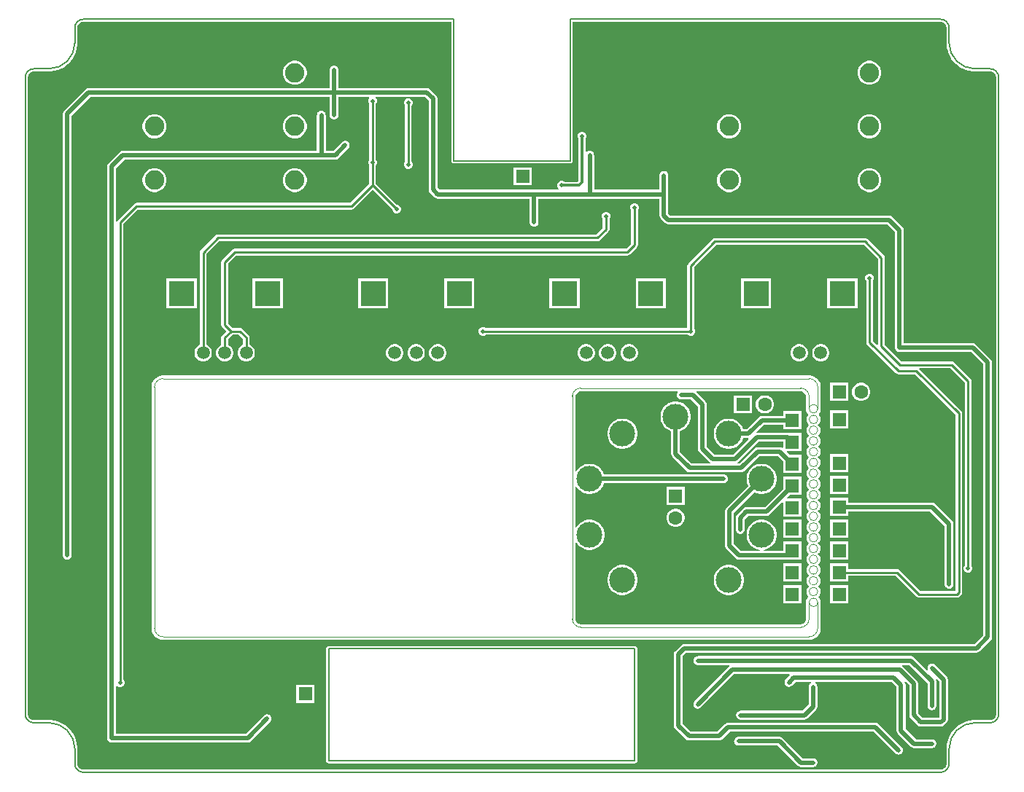
<source format=gbl>
G04*
G04 #@! TF.GenerationSoftware,Altium Limited,Altium Designer,24.0.1 (36)*
G04*
G04 Layer_Physical_Order=2*
G04 Layer_Color=16711680*
%FSAX44Y44*%
%MOMM*%
G71*
G04*
G04 #@! TF.SameCoordinates,BC1AE164-091E-45D8-8033-5DBA2348E9FA*
G04*
G04*
G04 #@! TF.FilePolarity,Positive*
G04*
G01*
G75*
%ADD10C,0.2000*%
%ADD17C,0.1000*%
%ADD31C,0.2540*%
%ADD53C,0.5000*%
%ADD54C,0.3000*%
%ADD55C,1.6000*%
%ADD56R,1.6000X1.6000*%
%ADD57R,3.0000X3.0000*%
%ADD58C,1.5000*%
%ADD59C,2.2500*%
%ADD60R,1.6000X1.6000*%
%ADD61C,3.0000*%
%ADD62C,0.5000*%
G36*
X01918000Y01678928D02*
X01918684D01*
X01920025Y01678661D01*
X01921288Y01678138D01*
X01922425Y01677379D01*
X01923392Y01676411D01*
X01924151Y01675275D01*
X01924675Y01674011D01*
X01924941Y01672670D01*
Y01671988D01*
X01924932Y01654488D01*
X01924942Y01654438D01*
X01924933Y01654387D01*
X01924998Y01652424D01*
X01925032Y01652277D01*
X01925022Y01652125D01*
X01925534Y01648235D01*
X01925599Y01648044D01*
X01925612Y01647842D01*
X01926628Y01644052D01*
X01926717Y01643871D01*
X01926757Y01643673D01*
X01928258Y01640047D01*
X01928371Y01639880D01*
X01928435Y01639689D01*
X01930397Y01636290D01*
X01930531Y01636139D01*
X01930620Y01635958D01*
X01933009Y01632844D01*
X01933160Y01632711D01*
X01933273Y01632543D01*
X01936047Y01629769D01*
X01936215Y01629657D01*
X01936348Y01629505D01*
X01939461Y01627116D01*
X01939642Y01627027D01*
X01939794Y01626894D01*
X01943192Y01624932D01*
X01943383Y01624867D01*
X01943551Y01624755D01*
X01947177Y01623253D01*
X01947375Y01623214D01*
X01947556Y01623124D01*
X01951346Y01622109D01*
X01951547Y01622095D01*
X01951738Y01622031D01*
X01955629Y01621518D01*
X01955780Y01621528D01*
X01955928Y01621494D01*
X01957890Y01621430D01*
X01957941Y01621438D01*
X01957990Y01621428D01*
X01975500Y01621428D01*
X01975515Y01621431D01*
X01975530Y01621428D01*
X01976189Y01621435D01*
X01977515Y01621171D01*
X01978778Y01620647D01*
X01979915Y01619888D01*
X01980882Y01618921D01*
X01981642Y01617784D01*
X01982165Y01616521D01*
X01982432Y01615180D01*
X01982432Y01614496D01*
X01982432Y00874477D01*
Y00873793D01*
X01982165Y00872452D01*
X01981642Y00871189D01*
X01980882Y00870052D01*
X01979915Y00869085D01*
X01978778Y00868326D01*
X01977515Y00867803D01*
X01976174Y00867536D01*
X01975492D01*
X01957992Y00867545D01*
X01957941Y00867535D01*
X01957890Y00867544D01*
X01955928Y00867479D01*
X01955780Y00867445D01*
X01955629Y00867455D01*
X01951738Y00866943D01*
X01951547Y00866878D01*
X01951346Y00866865D01*
X01947556Y00865849D01*
X01947375Y00865760D01*
X01947177Y00865720D01*
X01943551Y00864219D01*
X01943383Y00864107D01*
X01943192Y00864042D01*
X01939794Y00862080D01*
X01939642Y00861946D01*
X01939461Y00861857D01*
X01936348Y00859468D01*
X01936215Y00859317D01*
X01936047Y00859205D01*
X01933273Y00856430D01*
X01933160Y00856262D01*
X01933009Y00856129D01*
X01930620Y00853016D01*
X01930531Y00852835D01*
X01930397Y00852683D01*
X01928435Y00849285D01*
X01928371Y00849093D01*
X01928258Y00848926D01*
X01926757Y00845300D01*
X01926717Y00845102D01*
X01926628Y00844921D01*
X01925612Y00841131D01*
X01925599Y00840930D01*
X01925534Y00840739D01*
X01925022Y00836848D01*
X01925032Y00836697D01*
X01924998Y00836549D01*
X01924933Y00834587D01*
X01924942Y00834537D01*
X01924932Y00834487D01*
X01924932Y00816977D01*
X01924935Y00816962D01*
X01924932Y00816947D01*
X01924938Y00816288D01*
X01924675Y00814962D01*
X01924151Y00813699D01*
X01923392Y00812562D01*
X01922425Y00811595D01*
X01921288Y00810835D01*
X01920025Y00810312D01*
X01918684Y00810045D01*
X01918000Y00810045D01*
X00922981Y00810045D01*
X00922297D01*
X00920956Y00810312D01*
X00919693Y00810835D01*
X00918556Y00811595D01*
X00917589Y00812562D01*
X00916830Y00813699D01*
X00916306Y00814962D01*
X00916040Y00816303D01*
Y00816985D01*
X00916049Y00834485D01*
X00916039Y00834536D01*
X00916047Y00834587D01*
X00915983Y00836549D01*
X00915949Y00836696D01*
X00915959Y00836848D01*
X00915446Y00840739D01*
X00915382Y00840930D01*
X00915368Y00841131D01*
X00914353Y00844921D01*
X00914263Y00845102D01*
X00914224Y00845300D01*
X00912722Y00848926D01*
X00912610Y00849093D01*
X00912545Y00849285D01*
X00910583Y00852683D01*
X00910450Y00852835D01*
X00910361Y00853016D01*
X00907972Y00856129D01*
X00907821Y00856262D01*
X00907708Y00856430D01*
X00904934Y00859205D01*
X00904766Y00859317D01*
X00904633Y00859468D01*
X00901519Y00861857D01*
X00901339Y00861946D01*
X00901187Y00862080D01*
X00897788Y00864042D01*
X00897597Y00864107D01*
X00897430Y00864219D01*
X00893804Y00865720D01*
X00893606Y00865760D01*
X00893425Y00865849D01*
X00889635Y00866865D01*
X00889434Y00866878D01*
X00889242Y00866943D01*
X00885352Y00867455D01*
X00885200Y00867445D01*
X00885053Y00867479D01*
X00883091Y00867544D01*
X00883039Y00867535D01*
X00882989Y00867545D01*
X00865489Y00867536D01*
X00864807D01*
X00863466Y00867803D01*
X00862202Y00868326D01*
X00861066Y00869085D01*
X00860099Y00870052D01*
X00859339Y00871189D01*
X00858816Y00872452D01*
X00858549Y00873793D01*
Y00874477D01*
Y01614496D01*
Y01615180D01*
X00858816Y01616521D01*
X00859339Y01617784D01*
X00860099Y01618921D01*
X00861066Y01619888D01*
X00862202Y01620647D01*
X00863466Y01621171D01*
X00864807Y01621438D01*
X00865489D01*
X00882989Y01621428D01*
X00883039Y01621438D01*
X00883091Y01621430D01*
X00885053Y01621494D01*
X00885200Y01621528D01*
X00885352Y01621518D01*
X00889242Y01622031D01*
X00889433Y01622095D01*
X00889635Y01622109D01*
X00893425Y01623124D01*
X00893606Y01623214D01*
X00893804Y01623253D01*
X00897430Y01624755D01*
X00897597Y01624867D01*
X00897788Y01624932D01*
X00901187Y01626894D01*
X00901339Y01627027D01*
X00901519Y01627116D01*
X00904633Y01629505D01*
X00904766Y01629657D01*
X00904934Y01629769D01*
X00907708Y01632543D01*
X00907821Y01632711D01*
X00907972Y01632844D01*
X00910361Y01635958D01*
X00910450Y01636138D01*
X00910583Y01636290D01*
X00912545Y01639689D01*
X00912610Y01639880D01*
X00912722Y01640047D01*
X00914224Y01643673D01*
X00914263Y01643871D01*
X00914353Y01644052D01*
X00915368Y01647842D01*
X00915382Y01648044D01*
X00915446Y01648235D01*
X00915959Y01652125D01*
X00915949Y01652277D01*
X00915983Y01652424D01*
X00916047Y01654387D01*
X00916039Y01654437D01*
X00916049Y01654487D01*
X00916049Y01671996D01*
X00916046Y01672011D01*
X00916049Y01672026D01*
X00916042Y01672685D01*
X00916306Y01674011D01*
X00916830Y01675275D01*
X00917589Y01676411D01*
X00918556Y01677379D01*
X00919693Y01678138D01*
X00920956Y01678661D01*
X00922297Y01678928D01*
X01349932D01*
Y01517487D01*
X01350164Y01516316D01*
X01350827Y01515324D01*
X01351820Y01514661D01*
X01352990Y01514428D01*
X01487990D01*
X01489161Y01514661D01*
X01490153Y01515324D01*
X01490816Y01516316D01*
X01491049Y01517487D01*
Y01678928D01*
X01918000Y01678928D01*
D02*
G37*
%LPC*%
G36*
X01837306Y01633777D02*
X01833675D01*
X01830168Y01632837D01*
X01827023Y01631021D01*
X01824456Y01628454D01*
X01822640Y01625309D01*
X01821700Y01621802D01*
Y01618171D01*
X01822640Y01614664D01*
X01824456Y01611519D01*
X01827023Y01608952D01*
X01830168Y01607136D01*
X01833675Y01606197D01*
X01837306D01*
X01840813Y01607136D01*
X01843958Y01608952D01*
X01846525Y01611519D01*
X01848341Y01614664D01*
X01849280Y01618171D01*
Y01621802D01*
X01848341Y01625309D01*
X01846525Y01628454D01*
X01843958Y01631021D01*
X01840813Y01632837D01*
X01837306Y01633777D01*
D02*
G37*
G36*
X01170306D02*
X01166675D01*
X01163168Y01632837D01*
X01160023Y01631021D01*
X01157456Y01628454D01*
X01155640Y01625309D01*
X01154700Y01621802D01*
Y01618171D01*
X01155640Y01614664D01*
X01157456Y01611519D01*
X01160023Y01608952D01*
X01163168Y01607136D01*
X01166675Y01606197D01*
X01170306D01*
X01173813Y01607136D01*
X01176958Y01608952D01*
X01179525Y01611519D01*
X01181341Y01614664D01*
X01182280Y01618171D01*
Y01621802D01*
X01181341Y01625309D01*
X01179525Y01628454D01*
X01176958Y01631021D01*
X01173813Y01632837D01*
X01170306Y01633777D01*
D02*
G37*
G36*
X01837306Y01571277D02*
X01833675D01*
X01830168Y01570337D01*
X01827023Y01568521D01*
X01824456Y01565954D01*
X01822640Y01562809D01*
X01821700Y01559302D01*
Y01555671D01*
X01822640Y01552164D01*
X01824456Y01549019D01*
X01827023Y01546452D01*
X01830168Y01544636D01*
X01833675Y01543697D01*
X01837306D01*
X01840813Y01544636D01*
X01843958Y01546452D01*
X01846525Y01549019D01*
X01848341Y01552164D01*
X01849280Y01555671D01*
Y01559302D01*
X01848341Y01562809D01*
X01846525Y01565954D01*
X01843958Y01568521D01*
X01840813Y01570337D01*
X01837306Y01571277D01*
D02*
G37*
G36*
X01674306D02*
X01670675D01*
X01667168Y01570337D01*
X01664023Y01568521D01*
X01661456Y01565954D01*
X01659640Y01562809D01*
X01658700Y01559302D01*
Y01555671D01*
X01659640Y01552164D01*
X01661456Y01549019D01*
X01664023Y01546452D01*
X01667168Y01544636D01*
X01670675Y01543697D01*
X01674306D01*
X01677813Y01544636D01*
X01680958Y01546452D01*
X01683525Y01549019D01*
X01685341Y01552164D01*
X01686280Y01555671D01*
Y01559302D01*
X01685341Y01562809D01*
X01683525Y01565954D01*
X01680958Y01568521D01*
X01677813Y01570337D01*
X01674306Y01571277D01*
D02*
G37*
G36*
X01170306D02*
X01166675D01*
X01163168Y01570337D01*
X01160023Y01568521D01*
X01157456Y01565954D01*
X01155640Y01562809D01*
X01154700Y01559302D01*
Y01555671D01*
X01155640Y01552164D01*
X01157456Y01549019D01*
X01160023Y01546452D01*
X01163168Y01544636D01*
X01166675Y01543697D01*
X01170306D01*
X01173813Y01544636D01*
X01176958Y01546452D01*
X01179525Y01549019D01*
X01181341Y01552164D01*
X01182280Y01555671D01*
Y01559302D01*
X01181341Y01562809D01*
X01179525Y01565954D01*
X01176958Y01568521D01*
X01173813Y01570337D01*
X01170306Y01571277D01*
D02*
G37*
G36*
X01007306D02*
X01003675D01*
X01000168Y01570337D01*
X00997023Y01568521D01*
X00994456Y01565954D01*
X00992640Y01562809D01*
X00991701Y01559302D01*
Y01555671D01*
X00992640Y01552164D01*
X00994456Y01549019D01*
X00997023Y01546452D01*
X01000168Y01544636D01*
X01003675Y01543697D01*
X01007306D01*
X01010813Y01544636D01*
X01013958Y01546452D01*
X01016525Y01549019D01*
X01018341Y01552164D01*
X01019280Y01555671D01*
Y01559302D01*
X01018341Y01562809D01*
X01016525Y01565954D01*
X01013958Y01568521D01*
X01010813Y01570337D01*
X01007306Y01571277D01*
D02*
G37*
G36*
X01300993Y01590027D02*
X01298988D01*
X01297135Y01589259D01*
X01295718Y01587842D01*
X01294950Y01585989D01*
Y01583984D01*
X01295718Y01582132D01*
X01296106Y01581744D01*
Y01516480D01*
X01295718Y01516092D01*
X01294950Y01514239D01*
Y01512234D01*
X01295718Y01510382D01*
X01297135Y01508964D01*
X01298988Y01508197D01*
X01300993D01*
X01302845Y01508964D01*
X01304263Y01510382D01*
X01305030Y01512234D01*
Y01514239D01*
X01304263Y01516092D01*
X01303875Y01516480D01*
Y01581744D01*
X01304263Y01582132D01*
X01305030Y01583984D01*
Y01585989D01*
X01304263Y01587842D01*
X01302845Y01589259D01*
X01300993Y01590027D01*
D02*
G37*
G36*
X01443730Y01510027D02*
X01422650D01*
Y01488947D01*
X01443730D01*
Y01510027D01*
D02*
G37*
G36*
X01837306Y01508777D02*
X01833675D01*
X01830168Y01507837D01*
X01827023Y01506021D01*
X01824456Y01503454D01*
X01822640Y01500309D01*
X01821700Y01496802D01*
Y01493171D01*
X01822640Y01489664D01*
X01824456Y01486519D01*
X01827023Y01483952D01*
X01830168Y01482136D01*
X01833675Y01481197D01*
X01837306D01*
X01840813Y01482136D01*
X01843958Y01483952D01*
X01846525Y01486519D01*
X01848341Y01489664D01*
X01849280Y01493171D01*
Y01496802D01*
X01848341Y01500309D01*
X01846525Y01503454D01*
X01843958Y01506021D01*
X01840813Y01507837D01*
X01837306Y01508777D01*
D02*
G37*
G36*
X01674306D02*
X01670675D01*
X01667168Y01507837D01*
X01664023Y01506021D01*
X01661456Y01503454D01*
X01659640Y01500309D01*
X01658700Y01496802D01*
Y01493171D01*
X01659640Y01489664D01*
X01661456Y01486519D01*
X01664023Y01483952D01*
X01667168Y01482136D01*
X01670675Y01481197D01*
X01674306D01*
X01677813Y01482136D01*
X01680958Y01483952D01*
X01683525Y01486519D01*
X01685341Y01489664D01*
X01686280Y01493171D01*
Y01496802D01*
X01685341Y01500309D01*
X01683525Y01503454D01*
X01680958Y01506021D01*
X01677813Y01507837D01*
X01674306Y01508777D01*
D02*
G37*
G36*
X01170306D02*
X01166675D01*
X01163168Y01507837D01*
X01160023Y01506021D01*
X01157456Y01503454D01*
X01155640Y01500309D01*
X01154700Y01496802D01*
Y01493171D01*
X01155640Y01489664D01*
X01157456Y01486519D01*
X01160023Y01483952D01*
X01163168Y01482136D01*
X01166675Y01481197D01*
X01170306D01*
X01173813Y01482136D01*
X01176958Y01483952D01*
X01179525Y01486519D01*
X01181341Y01489664D01*
X01182280Y01493171D01*
Y01496802D01*
X01181341Y01500309D01*
X01179525Y01503454D01*
X01176958Y01506021D01*
X01173813Y01507837D01*
X01170306Y01508777D01*
D02*
G37*
G36*
X01007306D02*
X01003675D01*
X01000168Y01507837D01*
X00997023Y01506021D01*
X00994456Y01503454D01*
X00992640Y01500309D01*
X00991701Y01496802D01*
Y01493171D01*
X00992640Y01489664D01*
X00994456Y01486519D01*
X00997023Y01483952D01*
X01000168Y01482136D01*
X01003675Y01481197D01*
X01007306D01*
X01010813Y01482136D01*
X01013958Y01483952D01*
X01016525Y01486519D01*
X01018341Y01489664D01*
X01019280Y01493171D01*
Y01496802D01*
X01018341Y01500309D01*
X01016525Y01503454D01*
X01013958Y01506021D01*
X01010813Y01507837D01*
X01007306Y01508777D01*
D02*
G37*
G36*
X01821530Y01381027D02*
X01786450D01*
Y01345947D01*
X01821530D01*
Y01381027D01*
D02*
G37*
G36*
X01721530D02*
X01686450D01*
Y01345947D01*
X01721530D01*
Y01381027D01*
D02*
G37*
G36*
X01599200D02*
X01564120D01*
Y01345947D01*
X01599200D01*
Y01381027D01*
D02*
G37*
G36*
X01499200D02*
X01464120D01*
Y01345947D01*
X01499200D01*
Y01381027D01*
D02*
G37*
G36*
X01376860D02*
X01341780D01*
Y01345947D01*
X01376860D01*
Y01381027D01*
D02*
G37*
G36*
X01276860D02*
X01241780D01*
Y01345947D01*
X01276860D01*
Y01381027D01*
D02*
G37*
G36*
X01154530D02*
X01119450D01*
Y01345947D01*
X01154530D01*
Y01381027D01*
D02*
G37*
G36*
X01054530D02*
X01019450D01*
Y01345947D01*
X01054530D01*
Y01381027D01*
D02*
G37*
G36*
X01830490Y01427621D02*
X01656240D01*
X01654754Y01427326D01*
X01653494Y01426483D01*
X01625244Y01398233D01*
X01624402Y01396973D01*
X01624106Y01395487D01*
Y01323371D01*
X01390233D01*
X01389845Y01323759D01*
X01387993Y01324527D01*
X01385988D01*
X01384135Y01323759D01*
X01382718Y01322341D01*
X01381950Y01320489D01*
Y01318484D01*
X01382718Y01316632D01*
X01384135Y01315214D01*
X01385988Y01314447D01*
X01387993D01*
X01389845Y01315214D01*
X01390233Y01315602D01*
X01624998D01*
X01625385Y01315214D01*
X01627238Y01314447D01*
X01629243D01*
X01631095Y01315214D01*
X01632513Y01316632D01*
X01633280Y01318484D01*
Y01320489D01*
X01632513Y01322342D01*
X01631875Y01322980D01*
Y01393878D01*
X01657849Y01419852D01*
X01828881D01*
X01845333Y01403400D01*
Y01304047D01*
X01844160Y01303561D01*
X01839625Y01308096D01*
Y01377994D01*
X01840013Y01378382D01*
X01840780Y01380234D01*
Y01382239D01*
X01840013Y01384091D01*
X01838595Y01385509D01*
X01836743Y01386277D01*
X01834738D01*
X01832885Y01385509D01*
X01831468Y01384091D01*
X01830700Y01382239D01*
Y01380234D01*
X01831468Y01378382D01*
X01831856Y01377994D01*
Y01306487D01*
X01832151Y01305000D01*
X01832994Y01303740D01*
X01866244Y01270490D01*
X01867504Y01269648D01*
X01868990Y01269352D01*
X01888381D01*
X01935356Y01222378D01*
Y01017621D01*
X01894850D01*
X01870537Y01041934D01*
X01869277Y01042776D01*
X01867790Y01043071D01*
X01811030D01*
Y01049727D01*
X01789950D01*
Y01028647D01*
X01811030D01*
Y01035302D01*
X01866181D01*
X01890494Y01010990D01*
X01891754Y01010148D01*
X01893240Y01009852D01*
X01936990D01*
X01938477Y01010148D01*
X01939737Y01010990D01*
X01941987Y01013240D01*
X01942829Y01014500D01*
X01943125Y01015987D01*
Y01223987D01*
X01942829Y01225473D01*
X01941987Y01226733D01*
X01893389Y01275332D01*
X01893915Y01276602D01*
X01929131D01*
X01946106Y01259628D01*
Y01047230D01*
X01945718Y01046842D01*
X01944950Y01044989D01*
Y01042984D01*
X01945718Y01041132D01*
X01947135Y01039714D01*
X01948988Y01038947D01*
X01950993D01*
X01952845Y01039714D01*
X01954263Y01041132D01*
X01955030Y01042984D01*
Y01044989D01*
X01954263Y01046842D01*
X01953875Y01047230D01*
Y01261237D01*
X01953579Y01262723D01*
X01952737Y01263984D01*
X01933487Y01283233D01*
X01932227Y01284076D01*
X01930740Y01284371D01*
X01872599D01*
X01853103Y01303868D01*
Y01405009D01*
X01852807Y01406496D01*
X01851965Y01407756D01*
X01833237Y01426483D01*
X01831977Y01427326D01*
X01830490Y01427621D01*
D02*
G37*
G36*
X01780312Y01304527D02*
X01777669D01*
X01775115Y01303842D01*
X01772826Y01302521D01*
X01770956Y01300651D01*
X01769635Y01298362D01*
X01768950Y01295808D01*
Y01293165D01*
X01769635Y01290611D01*
X01770956Y01288322D01*
X01772826Y01286453D01*
X01775115Y01285131D01*
X01777669Y01284447D01*
X01780312D01*
X01782866Y01285131D01*
X01785155Y01286453D01*
X01787024Y01288322D01*
X01788346Y01290611D01*
X01789030Y01293165D01*
Y01295808D01*
X01788346Y01298362D01*
X01787024Y01300651D01*
X01785155Y01302521D01*
X01782866Y01303842D01*
X01780312Y01304527D01*
D02*
G37*
G36*
X01755312D02*
X01752669D01*
X01750115Y01303842D01*
X01747826Y01302521D01*
X01745956Y01300651D01*
X01744635Y01298362D01*
X01743950Y01295808D01*
Y01293165D01*
X01744635Y01290611D01*
X01745956Y01288322D01*
X01747826Y01286453D01*
X01750115Y01285131D01*
X01752669Y01284447D01*
X01755312D01*
X01757866Y01285131D01*
X01760155Y01286453D01*
X01762024Y01288322D01*
X01763346Y01290611D01*
X01764030Y01293165D01*
Y01295808D01*
X01763346Y01298362D01*
X01762024Y01300651D01*
X01760155Y01302521D01*
X01757866Y01303842D01*
X01755312Y01304527D01*
D02*
G37*
G36*
X01557982D02*
X01555339D01*
X01552785Y01303842D01*
X01550496Y01302521D01*
X01548626Y01300651D01*
X01547305Y01298362D01*
X01546620Y01295808D01*
Y01293165D01*
X01547305Y01290611D01*
X01548626Y01288322D01*
X01550496Y01286453D01*
X01552785Y01285131D01*
X01555339Y01284447D01*
X01557982D01*
X01560536Y01285131D01*
X01562825Y01286453D01*
X01564694Y01288322D01*
X01566016Y01290611D01*
X01566700Y01293165D01*
Y01295808D01*
X01566016Y01298362D01*
X01564694Y01300651D01*
X01562825Y01302521D01*
X01560536Y01303842D01*
X01557982Y01304527D01*
D02*
G37*
G36*
X01532982D02*
X01530339D01*
X01527785Y01303842D01*
X01525496Y01302521D01*
X01523626Y01300651D01*
X01522305Y01298362D01*
X01521620Y01295808D01*
Y01293165D01*
X01522305Y01290611D01*
X01523626Y01288322D01*
X01525496Y01286453D01*
X01527785Y01285131D01*
X01530339Y01284447D01*
X01532982D01*
X01535536Y01285131D01*
X01537825Y01286453D01*
X01539694Y01288322D01*
X01541016Y01290611D01*
X01541700Y01293165D01*
Y01295808D01*
X01541016Y01298362D01*
X01539694Y01300651D01*
X01537825Y01302521D01*
X01535536Y01303842D01*
X01532982Y01304527D01*
D02*
G37*
G36*
X01507982D02*
X01505339D01*
X01502785Y01303842D01*
X01500496Y01302521D01*
X01498626Y01300651D01*
X01497305Y01298362D01*
X01496620Y01295808D01*
Y01293165D01*
X01497305Y01290611D01*
X01498626Y01288322D01*
X01500496Y01286453D01*
X01502785Y01285131D01*
X01505339Y01284447D01*
X01507982D01*
X01510536Y01285131D01*
X01512825Y01286453D01*
X01514694Y01288322D01*
X01516016Y01290611D01*
X01516700Y01293165D01*
Y01295808D01*
X01516016Y01298362D01*
X01514694Y01300651D01*
X01512825Y01302521D01*
X01510536Y01303842D01*
X01507982Y01304527D01*
D02*
G37*
G36*
X01335642D02*
X01332999D01*
X01330445Y01303842D01*
X01328156Y01302521D01*
X01326286Y01300651D01*
X01324965Y01298362D01*
X01324280Y01295808D01*
Y01293165D01*
X01324965Y01290611D01*
X01326286Y01288322D01*
X01328156Y01286453D01*
X01330445Y01285131D01*
X01332999Y01284447D01*
X01335642D01*
X01338196Y01285131D01*
X01340485Y01286453D01*
X01342354Y01288322D01*
X01343676Y01290611D01*
X01344360Y01293165D01*
Y01295808D01*
X01343676Y01298362D01*
X01342354Y01300651D01*
X01340485Y01302521D01*
X01338196Y01303842D01*
X01335642Y01304527D01*
D02*
G37*
G36*
X01310642D02*
X01307999D01*
X01305445Y01303842D01*
X01303156Y01302521D01*
X01301286Y01300651D01*
X01299965Y01298362D01*
X01299280Y01295808D01*
Y01293165D01*
X01299965Y01290611D01*
X01301286Y01288322D01*
X01303156Y01286453D01*
X01305445Y01285131D01*
X01307999Y01284447D01*
X01310642D01*
X01313196Y01285131D01*
X01315485Y01286453D01*
X01317354Y01288322D01*
X01318676Y01290611D01*
X01319360Y01293165D01*
Y01295808D01*
X01318676Y01298362D01*
X01317354Y01300651D01*
X01315485Y01302521D01*
X01313196Y01303842D01*
X01310642Y01304527D01*
D02*
G37*
G36*
X01285642D02*
X01282999D01*
X01280445Y01303842D01*
X01278156Y01302521D01*
X01276286Y01300651D01*
X01274965Y01298362D01*
X01274280Y01295808D01*
Y01293165D01*
X01274965Y01290611D01*
X01276286Y01288322D01*
X01278156Y01286453D01*
X01280445Y01285131D01*
X01282999Y01284447D01*
X01285642D01*
X01288196Y01285131D01*
X01290485Y01286453D01*
X01292354Y01288322D01*
X01293676Y01290611D01*
X01294360Y01293165D01*
Y01295808D01*
X01293676Y01298362D01*
X01292354Y01300651D01*
X01290485Y01302521D01*
X01288196Y01303842D01*
X01285642Y01304527D01*
D02*
G37*
G36*
X01563743Y01468277D02*
X01561738D01*
X01559886Y01467509D01*
X01558468Y01466092D01*
X01557700Y01464239D01*
Y01462234D01*
X01558468Y01460382D01*
X01558856Y01459994D01*
Y01421096D01*
X01553131Y01415371D01*
X01098490D01*
X01097004Y01415076D01*
X01095744Y01414234D01*
X01084244Y01402733D01*
X01083401Y01401473D01*
X01083106Y01399987D01*
Y01326737D01*
X01083401Y01325250D01*
X01084244Y01323990D01*
X01088747Y01319487D01*
X01084244Y01314984D01*
X01083401Y01313723D01*
X01083106Y01312237D01*
Y01303837D01*
X01080826Y01302521D01*
X01078956Y01300651D01*
X01077635Y01298362D01*
X01076950Y01295808D01*
Y01293165D01*
X01077635Y01290611D01*
X01078956Y01288322D01*
X01080826Y01286453D01*
X01083115Y01285131D01*
X01085669Y01284447D01*
X01088312D01*
X01090866Y01285131D01*
X01093155Y01286453D01*
X01095024Y01288322D01*
X01096346Y01290611D01*
X01097030Y01293165D01*
Y01295808D01*
X01096346Y01298362D01*
X01095024Y01300651D01*
X01093155Y01302521D01*
X01090875Y01303837D01*
Y01310628D01*
X01095850Y01315602D01*
X01103131D01*
X01108106Y01310628D01*
Y01303837D01*
X01105826Y01302521D01*
X01103956Y01300651D01*
X01102635Y01298362D01*
X01101951Y01295808D01*
Y01293165D01*
X01102635Y01290611D01*
X01103956Y01288322D01*
X01105826Y01286453D01*
X01108115Y01285131D01*
X01110669Y01284447D01*
X01113312D01*
X01115866Y01285131D01*
X01118155Y01286453D01*
X01120024Y01288322D01*
X01121346Y01290611D01*
X01122030Y01293165D01*
Y01295808D01*
X01121346Y01298362D01*
X01120024Y01300651D01*
X01118155Y01302521D01*
X01115875Y01303837D01*
Y01312237D01*
X01115579Y01313723D01*
X01114737Y01314984D01*
X01107487Y01322233D01*
X01106227Y01323076D01*
X01104740Y01323371D01*
X01095850D01*
X01090875Y01328346D01*
Y01398378D01*
X01100099Y01407602D01*
X01554740D01*
X01556227Y01407898D01*
X01557487Y01408740D01*
X01565487Y01416740D01*
X01566329Y01418000D01*
X01566625Y01419487D01*
Y01459994D01*
X01567013Y01460382D01*
X01567780Y01462234D01*
Y01464239D01*
X01567013Y01466092D01*
X01565595Y01467509D01*
X01563743Y01468277D01*
D02*
G37*
G36*
X01530743Y01458277D02*
X01528738D01*
X01526886Y01457509D01*
X01525468Y01456092D01*
X01524700Y01454239D01*
Y01452234D01*
X01525468Y01450382D01*
X01525856Y01449994D01*
Y01439596D01*
X01518131Y01431871D01*
X01078990D01*
X01077504Y01431575D01*
X01076244Y01430733D01*
X01059244Y01413734D01*
X01058401Y01412473D01*
X01058106Y01410987D01*
Y01303837D01*
X01055826Y01302521D01*
X01053956Y01300651D01*
X01052635Y01298362D01*
X01051950Y01295808D01*
Y01293165D01*
X01052635Y01290611D01*
X01053956Y01288322D01*
X01055826Y01286453D01*
X01058115Y01285131D01*
X01060669Y01284447D01*
X01063312D01*
X01065866Y01285131D01*
X01068155Y01286453D01*
X01070024Y01288322D01*
X01071346Y01290611D01*
X01072030Y01293165D01*
Y01295808D01*
X01071346Y01298362D01*
X01070024Y01300651D01*
X01068155Y01302521D01*
X01065875Y01303837D01*
Y01409377D01*
X01080600Y01424102D01*
X01519740D01*
X01521227Y01424398D01*
X01522487Y01425240D01*
X01532487Y01435240D01*
X01533329Y01436500D01*
X01533625Y01437987D01*
Y01449994D01*
X01534013Y01450382D01*
X01534780Y01452234D01*
Y01454239D01*
X01534013Y01456092D01*
X01532595Y01457509D01*
X01530743Y01458277D01*
D02*
G37*
G36*
X01015490Y01268039D02*
X01015484Y01268038D01*
X01015479Y01268039D01*
X01014445Y01268038D01*
X01014150Y01267979D01*
X01013848Y01267979D01*
X01011821Y01267574D01*
X01011543Y01267459D01*
X01011247Y01267400D01*
X01009337Y01266607D01*
X01009087Y01266440D01*
X01008809Y01266324D01*
X01007090Y01265175D01*
X01006877Y01264961D01*
X01006627Y01264794D01*
X01005165Y01263331D01*
X01004998Y01263081D01*
X01004785Y01262868D01*
X01003637Y01261148D01*
X01003522Y01260870D01*
X01003355Y01260620D01*
X01002564Y01258709D01*
X01002505Y01258413D01*
X01002390Y01258135D01*
X01001987Y01256107D01*
X01001987Y01255806D01*
X01001928Y01255511D01*
Y01254477D01*
Y00974477D01*
Y00973442D01*
X01001987Y00973147D01*
Y00972845D01*
X01002390Y00970816D01*
X01002505Y00970538D01*
X01002564Y00970242D01*
X01003356Y00968331D01*
X01003523Y00968080D01*
X01003639Y00967802D01*
X01004788Y00966081D01*
X01005001Y00965869D01*
X01005169Y00965618D01*
X01006632Y00964155D01*
X01006882Y00963988D01*
X01007095Y00963774D01*
X01008816Y00962625D01*
X01009094Y00962510D01*
X01009344Y00962342D01*
X01011256Y00961551D01*
X01011552Y00961492D01*
X01011830Y00961376D01*
X01013859Y00960973D01*
X01014160D01*
X01014456Y00960914D01*
X01015490D01*
X01015495Y00960915D01*
X01015499Y00960914D01*
X01765490Y00960914D01*
X01766525D01*
X01766820Y00960973D01*
X01767122D01*
X01769151Y00961376D01*
X01769429Y00961492D01*
X01769725Y00961551D01*
X01771636Y00962342D01*
X01771887Y00962510D01*
X01772165Y00962625D01*
X01773886Y00963774D01*
X01774099Y00963988D01*
X01774349Y00964155D01*
X01775812Y00965618D01*
X01775980Y00965869D01*
X01776192Y00966081D01*
X01777342Y00967802D01*
X01777457Y00968080D01*
X01777625Y00968331D01*
X01778416Y00970242D01*
X01778475Y00970538D01*
X01778591Y00970816D01*
X01778994Y00972845D01*
Y00973147D01*
X01779053Y00973442D01*
Y01005581D01*
X01778820Y01006752D01*
X01777982Y01008775D01*
X01777319Y01009767D01*
X01775993Y01011093D01*
X01776892Y01011991D01*
X01777555Y01012984D01*
X01778316Y01014821D01*
X01778549Y01015992D01*
Y01017981D01*
X01778316Y01019152D01*
X01777555Y01020989D01*
X01776892Y01021982D01*
X01775637Y01023237D01*
X01776892Y01024491D01*
X01777555Y01025484D01*
X01778316Y01027321D01*
X01778549Y01028492D01*
Y01030481D01*
X01778316Y01031652D01*
X01777555Y01033489D01*
X01776892Y01034482D01*
X01775637Y01035737D01*
X01776892Y01036991D01*
X01777555Y01037984D01*
X01778316Y01039821D01*
X01778549Y01040992D01*
Y01042981D01*
X01778316Y01044152D01*
X01777555Y01045989D01*
X01776892Y01046982D01*
X01775637Y01048237D01*
X01776892Y01049491D01*
X01777555Y01050484D01*
X01778316Y01052321D01*
X01778549Y01053492D01*
Y01055481D01*
X01778316Y01056652D01*
X01777555Y01058489D01*
X01776892Y01059482D01*
X01775637Y01060737D01*
X01776892Y01061991D01*
X01777555Y01062984D01*
X01778316Y01064821D01*
X01778549Y01065992D01*
Y01067981D01*
X01778316Y01069152D01*
X01777555Y01070989D01*
X01776892Y01071982D01*
X01775637Y01073237D01*
X01776892Y01074492D01*
X01777555Y01075484D01*
X01778316Y01077321D01*
X01778549Y01078492D01*
Y01080481D01*
X01778316Y01081652D01*
X01777555Y01083489D01*
X01776892Y01084482D01*
X01775637Y01085737D01*
X01776892Y01086992D01*
X01777555Y01087984D01*
X01778316Y01089821D01*
X01778549Y01090992D01*
Y01092981D01*
X01778316Y01094152D01*
X01777555Y01095989D01*
X01776892Y01096982D01*
X01775637Y01098237D01*
X01776892Y01099492D01*
X01777555Y01100484D01*
X01778316Y01102321D01*
X01778549Y01103492D01*
Y01105481D01*
X01778316Y01106652D01*
X01777555Y01108489D01*
X01776892Y01109482D01*
X01775637Y01110737D01*
X01776892Y01111992D01*
X01777555Y01112984D01*
X01778316Y01114821D01*
X01778549Y01115992D01*
Y01117981D01*
X01778316Y01119152D01*
X01777555Y01120989D01*
X01776892Y01121982D01*
X01775637Y01123237D01*
X01776892Y01124492D01*
X01777555Y01125484D01*
X01778316Y01127321D01*
X01778549Y01128492D01*
Y01130481D01*
X01778316Y01131652D01*
X01777555Y01133489D01*
X01776892Y01134482D01*
X01775637Y01135737D01*
X01776892Y01136992D01*
X01777555Y01137984D01*
X01778316Y01139821D01*
X01778549Y01140992D01*
Y01142981D01*
X01778316Y01144152D01*
X01777555Y01145989D01*
X01776892Y01146982D01*
X01775637Y01148237D01*
X01776892Y01149492D01*
X01777555Y01150484D01*
X01778316Y01152321D01*
X01778549Y01153492D01*
Y01155481D01*
X01778316Y01156652D01*
X01777555Y01158489D01*
X01776892Y01159482D01*
X01775637Y01160737D01*
X01776892Y01161992D01*
X01777555Y01162984D01*
X01778316Y01164821D01*
X01778549Y01165992D01*
Y01167981D01*
X01778316Y01169152D01*
X01777555Y01170989D01*
X01776892Y01171982D01*
X01775637Y01173237D01*
X01776892Y01174492D01*
X01777555Y01175484D01*
X01778316Y01177321D01*
X01778549Y01178492D01*
Y01180481D01*
X01778316Y01181652D01*
X01777555Y01183489D01*
X01776892Y01184482D01*
X01775637Y01185737D01*
X01776892Y01186992D01*
X01777555Y01187984D01*
X01778316Y01189821D01*
X01778549Y01190992D01*
Y01192981D01*
X01778316Y01194152D01*
X01777555Y01195989D01*
X01776892Y01196982D01*
X01775637Y01198237D01*
X01776892Y01199492D01*
X01777555Y01200484D01*
X01778316Y01202321D01*
X01778549Y01203492D01*
Y01205481D01*
X01778316Y01206652D01*
X01777555Y01208489D01*
X01776892Y01209482D01*
X01775637Y01210737D01*
X01776892Y01211992D01*
X01777555Y01212984D01*
X01778316Y01214821D01*
X01778549Y01215992D01*
Y01217981D01*
X01778316Y01219152D01*
X01777555Y01220989D01*
X01776892Y01221982D01*
X01776627Y01222247D01*
X01776668Y01223516D01*
X01776896Y01223717D01*
X01777230Y01224152D01*
X01777577Y01224577D01*
X01778520Y01226348D01*
X01778678Y01226873D01*
X01778853Y01227393D01*
X01778965Y01228257D01*
X01778983Y01228339D01*
X01778989Y01228667D01*
X01779053Y01228989D01*
Y01255511D01*
X01778994Y01255807D01*
Y01256108D01*
X01778591Y01258137D01*
X01778475Y01258416D01*
X01778416Y01258711D01*
X01777625Y01260623D01*
X01777457Y01260873D01*
X01777342Y01261151D01*
X01776192Y01262872D01*
X01775979Y01263085D01*
X01775812Y01263335D01*
X01774349Y01264798D01*
X01774099Y01264966D01*
X01773885Y01265179D01*
X01772165Y01266328D01*
X01771887Y01266443D01*
X01771636Y01266611D01*
X01769725Y01267403D01*
X01769429Y01267461D01*
X01769151Y01267577D01*
X01767122Y01267980D01*
X01766821D01*
X01766525Y01268039D01*
X01765490Y01268039D01*
X01015490Y01268039D01*
D02*
G37*
G36*
X01827278Y01259527D02*
X01824503D01*
X01821822Y01258808D01*
X01819419Y01257421D01*
X01817456Y01255458D01*
X01816069Y01253055D01*
X01815350Y01250374D01*
Y01247599D01*
X01816069Y01244918D01*
X01817456Y01242515D01*
X01819419Y01240553D01*
X01821822Y01239165D01*
X01824503Y01238447D01*
X01827278D01*
X01829959Y01239165D01*
X01832362Y01240553D01*
X01834324Y01242515D01*
X01835712Y01244918D01*
X01836430Y01247599D01*
Y01250374D01*
X01835712Y01253055D01*
X01834324Y01255458D01*
X01832362Y01257421D01*
X01829959Y01258808D01*
X01827278Y01259527D01*
D02*
G37*
G36*
X01811030D02*
X01789950D01*
Y01238447D01*
X01811030D01*
Y01259527D01*
D02*
G37*
G36*
Y01227527D02*
X01789950D01*
Y01206447D01*
X01811030D01*
Y01227527D01*
D02*
G37*
G36*
Y01176727D02*
X01789950D01*
Y01155647D01*
X01811030D01*
Y01176727D01*
D02*
G37*
G36*
Y01151327D02*
X01789950D01*
Y01130247D01*
X01811030D01*
Y01151327D01*
D02*
G37*
G36*
Y01100527D02*
X01789950D01*
Y01079447D01*
X01811030D01*
Y01100527D01*
D02*
G37*
G36*
Y01075127D02*
X01789950D01*
Y01054047D01*
X01811030D01*
Y01075127D01*
D02*
G37*
G36*
Y01125927D02*
X01789950D01*
Y01104847D01*
X01811030D01*
Y01110248D01*
X01905862D01*
X01922852Y01093258D01*
Y01025487D01*
X01922950Y01024990D01*
Y01024484D01*
X01923144Y01024016D01*
X01923243Y01023520D01*
X01923524Y01023099D01*
X01923718Y01022632D01*
X01924076Y01022274D01*
X01924357Y01021853D01*
X01924778Y01021572D01*
X01925135Y01021214D01*
X01925603Y01021020D01*
X01926024Y01020739D01*
X01926520Y01020640D01*
X01926988Y01020447D01*
X01927494D01*
X01927990Y01020348D01*
X01928487Y01020447D01*
X01928993D01*
X01929461Y01020640D01*
X01929957Y01020739D01*
X01930378Y01021020D01*
X01930845Y01021214D01*
X01931203Y01021572D01*
X01931624Y01021853D01*
X01931905Y01022274D01*
X01932263Y01022632D01*
X01932457Y01023099D01*
X01932738Y01023520D01*
X01932837Y01024016D01*
X01933030Y01024484D01*
Y01024990D01*
X01933129Y01025487D01*
Y01095387D01*
X01932738Y01097353D01*
X01931624Y01099020D01*
X01911624Y01119020D01*
X01909957Y01120134D01*
X01907990Y01120525D01*
X01811030D01*
Y01125927D01*
D02*
G37*
G36*
Y01024327D02*
X01789950D01*
Y01003247D01*
X01811030D01*
Y01024327D01*
D02*
G37*
G36*
X01191280Y00908727D02*
X01170201D01*
Y00887647D01*
X01191280D01*
Y00908727D01*
D02*
G37*
G36*
X01883640Y00941975D02*
X01636091D01*
X01635594Y00941877D01*
X01635088D01*
X01634620Y00941683D01*
X01634124Y00941584D01*
X01633703Y00941303D01*
X01633235Y00941109D01*
X01632878Y00940751D01*
X01632457Y00940470D01*
X01632176Y00940049D01*
X01631818Y00939691D01*
X01631624Y00939224D01*
X01631343Y00938803D01*
X01631244Y00938307D01*
X01631051Y00937839D01*
Y00937333D01*
X01630952Y00936837D01*
X01631051Y00936340D01*
Y00935834D01*
X01631244Y00935367D01*
X01631343Y00934870D01*
X01631624Y00934449D01*
X01631818Y00933982D01*
X01632176Y00933624D01*
X01632457Y00933203D01*
X01632878Y00932922D01*
X01633235Y00932564D01*
X01633703Y00932370D01*
X01634124Y00932089D01*
X01634620Y00931990D01*
X01635088Y00931797D01*
X01635594D01*
X01636091Y00931698D01*
X01673230D01*
X01673616Y00930428D01*
X01672407Y00929620D01*
X01632457Y00889670D01*
X01632176Y00889249D01*
X01631818Y00888892D01*
X01631624Y00888424D01*
X01631343Y00888003D01*
X01631244Y00887507D01*
X01631051Y00887039D01*
Y00886533D01*
X01630952Y00886037D01*
X01631051Y00885540D01*
Y00885034D01*
X01631244Y00884566D01*
X01631343Y00884070D01*
X01631624Y00883649D01*
X01631818Y00883182D01*
X01632176Y00882824D01*
X01632457Y00882403D01*
X01632878Y00882122D01*
X01633235Y00881764D01*
X01633703Y00881570D01*
X01634124Y00881289D01*
X01634620Y00881190D01*
X01635088Y00880997D01*
X01635594D01*
X01636091Y00880898D01*
X01636587Y00880997D01*
X01637093D01*
X01637561Y00881190D01*
X01638057Y00881289D01*
X01638478Y00881570D01*
X01638945Y00881764D01*
X01639303Y00882122D01*
X01639724Y00882403D01*
X01678169Y00920848D01*
X01742375D01*
X01742861Y00919675D01*
X01738257Y00915070D01*
X01737976Y00914650D01*
X01737618Y00914292D01*
X01737424Y00913824D01*
X01737143Y00913403D01*
X01737044Y00912907D01*
X01736850Y00912439D01*
Y00911933D01*
X01736752Y00911437D01*
X01736850Y00910940D01*
Y00910434D01*
X01737044Y00909967D01*
X01737143Y00909470D01*
X01737424Y00909049D01*
X01737618Y00908582D01*
X01737976Y00908224D01*
X01738257Y00907803D01*
X01738678Y00907522D01*
X01739035Y00907164D01*
X01739503Y00906970D01*
X01739924Y00906689D01*
X01740420Y00906590D01*
X01740888Y00906397D01*
X01741394D01*
X01741890Y00906298D01*
X01742387Y00906397D01*
X01742893D01*
X01743360Y00906590D01*
X01743857Y00906689D01*
X01744278Y00906970D01*
X01744745Y00907164D01*
X01745103Y00907522D01*
X01745524Y00907803D01*
X01749819Y00912098D01*
X01767579D01*
X01767625Y00911982D01*
X01767790Y00910828D01*
X01767603Y00910703D01*
X01767135Y00910509D01*
X01766778Y00910151D01*
X01766357Y00909870D01*
X01766076Y00909449D01*
X01765718Y00909092D01*
X01765524Y00908624D01*
X01765243Y00908203D01*
X01765144Y00907707D01*
X01764950Y00907239D01*
Y00906733D01*
X01764852Y00906237D01*
Y00885615D01*
X01757712Y00878475D01*
X01685890D01*
X01685394Y00878377D01*
X01684888D01*
X01684420Y00878183D01*
X01683924Y00878084D01*
X01683503Y00877803D01*
X01683035Y00877609D01*
X01682678Y00877251D01*
X01682257Y00876970D01*
X01681976Y00876550D01*
X01681618Y00876192D01*
X01681424Y00875724D01*
X01681143Y00875303D01*
X01681044Y00874807D01*
X01680850Y00874339D01*
Y00873833D01*
X01680752Y00873337D01*
X01680850Y00872840D01*
Y00872334D01*
X01681044Y00871867D01*
X01681143Y00871370D01*
X01681424Y00870949D01*
X01681618Y00870482D01*
X01681976Y00870124D01*
X01682257Y00869703D01*
X01682678Y00869422D01*
X01683035Y00869064D01*
X01683503Y00868870D01*
X01683924Y00868589D01*
X01684420Y00868490D01*
X01684888Y00868297D01*
X01685394D01*
X01685890Y00868198D01*
X01759840D01*
X01761807Y00868589D01*
X01763474Y00869703D01*
X01773624Y00879853D01*
X01774738Y00881520D01*
X01775129Y00883487D01*
Y00906237D01*
X01775030Y00906733D01*
Y00907239D01*
X01774837Y00907707D01*
X01774738Y00908203D01*
X01774457Y00908624D01*
X01774263Y00909092D01*
X01773905Y00909449D01*
X01773624Y00909870D01*
X01773203Y00910151D01*
X01772845Y00910509D01*
X01772378Y00910703D01*
X01772191Y00910828D01*
X01772356Y00911982D01*
X01772402Y00912098D01*
X01861362D01*
X01867102Y00906358D01*
Y00855237D01*
X01867493Y00853270D01*
X01868607Y00851603D01*
X01883607Y00836603D01*
X01885274Y00835489D01*
X01887240Y00835098D01*
X01907990D01*
X01908487Y00835197D01*
X01908993D01*
X01909460Y00835390D01*
X01909957Y00835489D01*
X01910378Y00835770D01*
X01910845Y00835964D01*
X01911203Y00836322D01*
X01911624Y00836603D01*
X01911905Y00837024D01*
X01912263Y00837382D01*
X01912457Y00837849D01*
X01912738Y00838270D01*
X01912837Y00838766D01*
X01913030Y00839234D01*
Y00839740D01*
X01913129Y00840237D01*
X01913030Y00840733D01*
Y00841239D01*
X01912837Y00841707D01*
X01912738Y00842203D01*
X01912457Y00842624D01*
X01912263Y00843092D01*
X01911905Y00843449D01*
X01911624Y00843870D01*
X01911203Y00844151D01*
X01910845Y00844509D01*
X01910378Y00844703D01*
X01909957Y00844984D01*
X01909460Y00845083D01*
X01908993Y00845277D01*
X01908487D01*
X01907990Y00845375D01*
X01889369D01*
X01877379Y00857365D01*
Y00908487D01*
X01876988Y00910453D01*
X01876036Y00911877D01*
X01877023Y00912687D01*
X01881602Y00908108D01*
Y00873487D01*
X01881993Y00871520D01*
X01883107Y00869853D01*
X01891357Y00861603D01*
X01893024Y00860489D01*
X01894990Y00860098D01*
X01918490D01*
X01920457Y00860489D01*
X01922124Y00861603D01*
X01925124Y00864603D01*
X01926238Y00866270D01*
X01926629Y00868237D01*
Y00914737D01*
X01926238Y00916703D01*
X01925124Y00918370D01*
X01911624Y00931870D01*
X01911203Y00932151D01*
X01910845Y00932509D01*
X01910378Y00932703D01*
X01909957Y00932984D01*
X01909460Y00933083D01*
X01908993Y00933277D01*
X01908487D01*
X01907990Y00933375D01*
X01907494Y00933277D01*
X01906988D01*
X01906520Y00933083D01*
X01906024Y00932984D01*
X01905603Y00932703D01*
X01905135Y00932509D01*
X01904778Y00932151D01*
X01904357Y00931870D01*
X01904076Y00931449D01*
X01903718Y00931092D01*
X01903524Y00930624D01*
X01903243Y00930203D01*
X01903144Y00929707D01*
X01902950Y00929239D01*
Y00928733D01*
X01902852Y00928237D01*
X01902950Y00927740D01*
Y00927234D01*
X01903144Y00926767D01*
X01903243Y00926270D01*
X01902201Y00925543D01*
X01887274Y00940470D01*
X01885607Y00941584D01*
X01883640Y00941975D01*
D02*
G37*
G36*
X01213990Y01628375D02*
X01213494Y01628277D01*
X01212988D01*
X01212520Y01628083D01*
X01212024Y01627984D01*
X01211603Y01627703D01*
X01211135Y01627509D01*
X01210778Y01627151D01*
X01210357Y01626870D01*
X01210076Y01626449D01*
X01209718Y01626091D01*
X01209524Y01625624D01*
X01209243Y01625203D01*
X01209144Y01624707D01*
X01208950Y01624239D01*
Y01623733D01*
X01208852Y01623237D01*
Y01602125D01*
X00928990D01*
X00927024Y01601734D01*
X00925357Y01600620D01*
X00900607Y01575870D01*
X00899493Y01574203D01*
X00899102Y01572237D01*
Y01059237D01*
X00899200Y01058740D01*
Y01058234D01*
X00899394Y01057766D01*
X00899493Y01057270D01*
X00899774Y01056849D01*
X00899968Y01056382D01*
X00900326Y01056024D01*
X00900607Y01055603D01*
X00901028Y01055322D01*
X00901385Y01054964D01*
X00901853Y01054770D01*
X00902274Y01054489D01*
X00902770Y01054390D01*
X00903238Y01054197D01*
X00903744D01*
X00904240Y01054098D01*
X00904737Y01054197D01*
X00905243D01*
X00905711Y01054390D01*
X00906207Y01054489D01*
X00906628Y01054770D01*
X00907095Y01054964D01*
X00907453Y01055322D01*
X00907874Y01055603D01*
X00908155Y01056024D01*
X00908513Y01056382D01*
X00908707Y01056849D01*
X00908988Y01057270D01*
X00909087Y01057766D01*
X00909280Y01058234D01*
Y01058740D01*
X00909379Y01059237D01*
Y01570108D01*
X00931119Y01591848D01*
X01208852D01*
Y01570737D01*
X01208950Y01570240D01*
Y01569734D01*
X01209144Y01569267D01*
X01209243Y01568770D01*
X01209524Y01568349D01*
X01209718Y01567882D01*
X01210076Y01567524D01*
X01210357Y01567103D01*
X01210778Y01566822D01*
X01211135Y01566464D01*
X01211603Y01566270D01*
X01212024Y01565989D01*
X01212520Y01565890D01*
X01212988Y01565697D01*
X01213494D01*
X01213990Y01565598D01*
X01214487Y01565697D01*
X01214993D01*
X01215461Y01565890D01*
X01215957Y01565989D01*
X01216378Y01566270D01*
X01216845Y01566464D01*
X01217203Y01566822D01*
X01217624Y01567103D01*
X01217905Y01567524D01*
X01218263Y01567882D01*
X01218457Y01568349D01*
X01218738Y01568770D01*
X01218837Y01569267D01*
X01219030Y01569734D01*
Y01570240D01*
X01219129Y01570737D01*
Y01591848D01*
X01254428D01*
X01254954Y01590578D01*
X01254218Y01589841D01*
X01253450Y01587989D01*
Y01585984D01*
X01254218Y01584132D01*
X01254606Y01583744D01*
Y01518730D01*
X01254218Y01518342D01*
X01253450Y01516489D01*
Y01514484D01*
X01254218Y01512632D01*
X01254606Y01512244D01*
Y01490596D01*
X01232631Y01468621D01*
X00984740D01*
X00983254Y01468326D01*
X00981994Y01467484D01*
X00962994Y01448483D01*
X00962151Y01447223D01*
X00962149Y01447211D01*
X00960879Y01447336D01*
Y01508858D01*
X00970869Y01518848D01*
X01215240D01*
X01217207Y01519239D01*
X01218874Y01520353D01*
X01230624Y01532103D01*
X01230905Y01532524D01*
X01231263Y01532882D01*
X01231457Y01533349D01*
X01231738Y01533770D01*
X01231837Y01534266D01*
X01232030Y01534734D01*
Y01535240D01*
X01232129Y01535737D01*
X01232030Y01536233D01*
Y01536739D01*
X01231837Y01537207D01*
X01231738Y01537703D01*
X01231457Y01538124D01*
X01231263Y01538591D01*
X01230905Y01538949D01*
X01230624Y01539370D01*
X01230203Y01539651D01*
X01229845Y01540009D01*
X01229378Y01540203D01*
X01228957Y01540484D01*
X01228461Y01540583D01*
X01227993Y01540777D01*
X01227487D01*
X01226990Y01540875D01*
X01226494Y01540777D01*
X01225988D01*
X01225520Y01540583D01*
X01225024Y01540484D01*
X01224603Y01540203D01*
X01224136Y01540009D01*
X01223778Y01539651D01*
X01223357Y01539370D01*
X01213112Y01529125D01*
X01204312D01*
Y01570737D01*
X01204213Y01571233D01*
Y01571739D01*
X01204019Y01572207D01*
X01203921Y01572703D01*
X01203639Y01573124D01*
X01203446Y01573591D01*
X01203088Y01573949D01*
X01202806Y01574370D01*
X01202386Y01574651D01*
X01202028Y01575009D01*
X01201560Y01575203D01*
X01201139Y01575484D01*
X01200643Y01575583D01*
X01200175Y01575777D01*
X01199669D01*
X01199173Y01575875D01*
X01198677Y01575777D01*
X01198170D01*
X01197703Y01575583D01*
X01197206Y01575484D01*
X01196786Y01575203D01*
X01196318Y01575009D01*
X01195960Y01574651D01*
X01195539Y01574370D01*
X01195258Y01573949D01*
X01194900Y01573591D01*
X01194706Y01573124D01*
X01194425Y01572703D01*
X01194327Y01572207D01*
X01194133Y01571739D01*
Y01571233D01*
X01194034Y01570737D01*
Y01529125D01*
X00968740D01*
X00966774Y01528734D01*
X00965107Y01527620D01*
X00952107Y01514620D01*
X00950993Y01512953D01*
X00950602Y01510986D01*
Y00924737D01*
Y00846737D01*
X00950700Y00846240D01*
Y00845734D01*
X00950894Y00845266D01*
X00950993Y00844770D01*
X00951274Y00844349D01*
X00951468Y00843882D01*
X00951826Y00843524D01*
X00952107Y00843103D01*
X00952527Y00842822D01*
X00952885Y00842464D01*
X00953353Y00842270D01*
X00953774Y00841989D01*
X00954270Y00841890D01*
X00954738Y00841697D01*
X00955244D01*
X00955740Y00841598D01*
X01113740D01*
X01115707Y00841989D01*
X01117374Y00843103D01*
X01139874Y00865603D01*
X01140155Y00866024D01*
X01140513Y00866382D01*
X01140707Y00866849D01*
X01140988Y00867270D01*
X01141087Y00867766D01*
X01141280Y00868234D01*
Y00868740D01*
X01141379Y00869237D01*
X01141280Y00869733D01*
Y00870239D01*
X01141087Y00870707D01*
X01140988Y00871203D01*
X01140707Y00871624D01*
X01140513Y00872092D01*
X01140155Y00872449D01*
X01139874Y00872870D01*
X01139453Y00873151D01*
X01139095Y00873509D01*
X01138628Y00873703D01*
X01138207Y00873984D01*
X01137711Y00874083D01*
X01137243Y00874277D01*
X01136737D01*
X01136240Y00874375D01*
X01135744Y00874277D01*
X01135238D01*
X01134770Y00874083D01*
X01134274Y00873984D01*
X01133853Y00873703D01*
X01133385Y00873509D01*
X01133028Y00873151D01*
X01132607Y00872870D01*
X01111612Y00851875D01*
X00960879D01*
Y00907174D01*
X00962149Y00907700D01*
X00962886Y00906964D01*
X00964738Y00906197D01*
X00966743D01*
X00968595Y00906964D01*
X00970013Y00908382D01*
X00970780Y00910234D01*
Y00912239D01*
X00970013Y00914091D01*
X00969625Y00914480D01*
Y01444128D01*
X00986349Y01460852D01*
X01234240D01*
X01235727Y01461148D01*
X01236987Y01461990D01*
X01258740Y01483743D01*
X01281450Y01461033D01*
Y01460484D01*
X01282218Y01458632D01*
X01283636Y01457214D01*
X01285488Y01456447D01*
X01287493D01*
X01289345Y01457214D01*
X01290763Y01458632D01*
X01291530Y01460484D01*
Y01462489D01*
X01290763Y01464341D01*
X01289345Y01465759D01*
X01287493Y01466527D01*
X01286944D01*
X01262375Y01491096D01*
Y01512244D01*
X01262763Y01512632D01*
X01263530Y01514484D01*
Y01516489D01*
X01262763Y01518342D01*
X01262375Y01518730D01*
Y01583744D01*
X01262763Y01584132D01*
X01263530Y01585984D01*
Y01587989D01*
X01262763Y01589841D01*
X01262027Y01590578D01*
X01262553Y01591848D01*
X01319612D01*
X01323852Y01587608D01*
Y01526237D01*
Y01483987D01*
X01324243Y01482020D01*
X01325357Y01480353D01*
X01330607Y01475103D01*
X01332274Y01473989D01*
X01334241Y01473598D01*
X01441102D01*
Y01445987D01*
X01441200Y01445490D01*
Y01444984D01*
X01441394Y01444516D01*
X01441493Y01444020D01*
X01441774Y01443599D01*
X01441968Y01443132D01*
X01442326Y01442774D01*
X01442607Y01442353D01*
X01443028Y01442072D01*
X01443385Y01441714D01*
X01443853Y01441520D01*
X01444274Y01441239D01*
X01444770Y01441140D01*
X01445238Y01440947D01*
X01445744D01*
X01446240Y01440848D01*
X01446737Y01440947D01*
X01447243D01*
X01447711Y01441140D01*
X01448207Y01441239D01*
X01448628Y01441520D01*
X01449095Y01441714D01*
X01449453Y01442072D01*
X01449874Y01442353D01*
X01450155Y01442774D01*
X01450513Y01443132D01*
X01450707Y01443599D01*
X01450988Y01444020D01*
X01451087Y01444516D01*
X01451280Y01444984D01*
Y01445490D01*
X01451379Y01445987D01*
Y01473598D01*
X01591852D01*
Y01453737D01*
X01592243Y01451770D01*
X01593357Y01450103D01*
X01598107Y01445353D01*
X01599774Y01444239D01*
X01601740Y01443848D01*
X01856112D01*
X01865102Y01434858D01*
Y01300487D01*
X01865201Y01299990D01*
Y01299484D01*
X01865394Y01299017D01*
X01865493Y01298520D01*
X01865774Y01298099D01*
X01865968Y01297632D01*
X01866326Y01297274D01*
X01866607Y01296853D01*
X01867028Y01296572D01*
X01867386Y01296214D01*
X01867853Y01296020D01*
X01868274Y01295739D01*
X01868770Y01295640D01*
X01869238Y01295447D01*
X01869744D01*
X01870240Y01295348D01*
X01953612D01*
X01967602Y01281358D01*
Y00966115D01*
X01957612Y00956125D01*
X01620240D01*
X01618274Y00955734D01*
X01616607Y00954620D01*
X01609857Y00947870D01*
X01608743Y00946203D01*
X01608352Y00944237D01*
Y00861487D01*
X01608743Y00859520D01*
X01609857Y00857853D01*
X01622407Y00845303D01*
X01624074Y00844189D01*
X01626040Y00843798D01*
X01660990D01*
X01661487Y00843897D01*
X01661993D01*
X01662461Y00844090D01*
X01662957Y00844189D01*
X01663378Y00844470D01*
X01663845Y00844664D01*
X01664203Y00845022D01*
X01664624Y00845303D01*
X01673669Y00854348D01*
X01840362D01*
X01865607Y00829103D01*
X01866028Y00828822D01*
X01866385Y00828464D01*
X01866853Y00828270D01*
X01867274Y00827989D01*
X01867770Y00827890D01*
X01868238Y00827697D01*
X01868744D01*
X01869240Y00827598D01*
X01869737Y00827697D01*
X01870243D01*
X01870711Y00827890D01*
X01871207Y00827989D01*
X01871628Y00828270D01*
X01872095Y00828464D01*
X01872453Y00828822D01*
X01872874Y00829103D01*
X01873155Y00829524D01*
X01873513Y00829882D01*
X01873707Y00830349D01*
X01873988Y00830770D01*
X01874087Y00831266D01*
X01874280Y00831734D01*
Y00832240D01*
X01874379Y00832737D01*
X01874280Y00833233D01*
Y00833739D01*
X01874087Y00834207D01*
X01873988Y00834703D01*
X01873707Y00835124D01*
X01873513Y00835592D01*
X01873155Y00835949D01*
X01872874Y00836370D01*
X01846124Y00863120D01*
X01844457Y00864234D01*
X01842490Y00864625D01*
X01671540D01*
X01669574Y00864234D01*
X01667907Y00863120D01*
X01658862Y00854075D01*
X01628169D01*
X01618629Y00863615D01*
Y00942108D01*
X01622369Y00945848D01*
X01959740D01*
X01961707Y00946239D01*
X01963374Y00947353D01*
X01976374Y00960353D01*
X01977488Y00962020D01*
X01977879Y00963987D01*
Y01283487D01*
X01977488Y01285453D01*
X01976374Y01287120D01*
X01959374Y01304120D01*
X01957707Y01305234D01*
X01955740Y01305625D01*
X01875379D01*
Y01436987D01*
X01874988Y01438953D01*
X01873874Y01440620D01*
X01861874Y01452620D01*
X01860207Y01453734D01*
X01858241Y01454125D01*
X01603869D01*
X01602129Y01455865D01*
Y01500737D01*
X01602030Y01501233D01*
Y01501739D01*
X01601837Y01502207D01*
X01601738Y01502703D01*
X01601457Y01503124D01*
X01601263Y01503592D01*
X01600905Y01503949D01*
X01600624Y01504370D01*
X01600203Y01504651D01*
X01599845Y01505009D01*
X01599378Y01505203D01*
X01598957Y01505484D01*
X01598461Y01505583D01*
X01597993Y01505777D01*
X01597487D01*
X01596990Y01505875D01*
X01596494Y01505777D01*
X01595988D01*
X01595520Y01505583D01*
X01595024Y01505484D01*
X01594603Y01505203D01*
X01594135Y01505009D01*
X01593778Y01504651D01*
X01593357Y01504370D01*
X01593076Y01503949D01*
X01592718Y01503592D01*
X01592524Y01503124D01*
X01592243Y01502703D01*
X01592144Y01502207D01*
X01591950Y01501739D01*
Y01501233D01*
X01591852Y01500737D01*
Y01483875D01*
X01515879D01*
Y01524237D01*
X01515780Y01524733D01*
Y01525239D01*
X01515587Y01525707D01*
X01515488Y01526203D01*
X01515207Y01526624D01*
X01515013Y01527092D01*
X01514655Y01527449D01*
X01514374Y01527870D01*
X01513953Y01528151D01*
X01513595Y01528509D01*
X01513128Y01528703D01*
X01512707Y01528984D01*
X01512211Y01529083D01*
X01511743Y01529277D01*
X01511237D01*
X01510741Y01529375D01*
X01510244Y01529277D01*
X01509738D01*
X01509270Y01529083D01*
X01508774Y01528984D01*
X01508353Y01528703D01*
X01507885Y01528509D01*
X01507528Y01528151D01*
X01507380Y01528053D01*
X01506421Y01528382D01*
X01506110Y01528615D01*
Y01543228D01*
X01506263Y01543382D01*
X01507030Y01545234D01*
Y01547239D01*
X01506263Y01549091D01*
X01504845Y01550509D01*
X01502993Y01551277D01*
X01500988D01*
X01499135Y01550509D01*
X01497718Y01549091D01*
X01496950Y01547239D01*
Y01545234D01*
X01497718Y01543382D01*
X01497871Y01543228D01*
Y01494443D01*
X01496534Y01493106D01*
X01481249D01*
X01481095Y01493259D01*
X01479243Y01494027D01*
X01477238D01*
X01475385Y01493259D01*
X01473968Y01491841D01*
X01473200Y01489989D01*
Y01487984D01*
X01473968Y01486132D01*
X01474954Y01485145D01*
X01474428Y01483875D01*
X01336369D01*
X01334129Y01486115D01*
Y01526237D01*
Y01589737D01*
X01333738Y01591703D01*
X01332624Y01593370D01*
X01325374Y01600620D01*
X01323707Y01601734D01*
X01321740Y01602125D01*
X01219129D01*
Y01623237D01*
X01219030Y01623733D01*
Y01624239D01*
X01218837Y01624707D01*
X01218738Y01625203D01*
X01218457Y01625624D01*
X01218263Y01626091D01*
X01217905Y01626449D01*
X01217624Y01626870D01*
X01217203Y01627151D01*
X01216845Y01627509D01*
X01216378Y01627703D01*
X01215957Y01627984D01*
X01215461Y01628083D01*
X01214993Y01628277D01*
X01214487D01*
X01213990Y01628375D01*
D02*
G37*
G36*
X01563190Y00953545D02*
X01207790D01*
X01206620Y00953313D01*
X01205628Y00952650D01*
X01204965Y00951657D01*
X01204732Y00950487D01*
Y00820487D01*
X01204965Y00819316D01*
X01205628Y00818324D01*
X01206620Y00817661D01*
X01207790Y00817428D01*
X01563190D01*
X01564361Y00817661D01*
X01565353Y00818324D01*
X01566016Y00819316D01*
X01566249Y00820487D01*
Y00950487D01*
X01566016Y00951657D01*
X01565353Y00952650D01*
X01564361Y00953313D01*
X01563190Y00953545D01*
D02*
G37*
G36*
X01731241Y00848125D02*
X01683490D01*
X01682994Y00848027D01*
X01682488D01*
X01682020Y00847833D01*
X01681524Y00847734D01*
X01681103Y00847453D01*
X01680636Y00847259D01*
X01680278Y00846901D01*
X01679857Y00846620D01*
X01679576Y00846199D01*
X01679218Y00845842D01*
X01679024Y00845374D01*
X01678743Y00844953D01*
X01678644Y00844457D01*
X01678450Y00843989D01*
Y00843483D01*
X01678352Y00842987D01*
X01678450Y00842490D01*
Y00841984D01*
X01678644Y00841516D01*
X01678743Y00841020D01*
X01679024Y00840599D01*
X01679218Y00840132D01*
X01679576Y00839774D01*
X01679857Y00839353D01*
X01680278Y00839072D01*
X01680636Y00838714D01*
X01681103Y00838520D01*
X01681524Y00838239D01*
X01682020Y00838140D01*
X01682488Y00837947D01*
X01682994D01*
X01683490Y00837848D01*
X01729112D01*
X01752357Y00814603D01*
X01754024Y00813489D01*
X01755990Y00813098D01*
X01769990D01*
X01770487Y00813197D01*
X01770993D01*
X01771461Y00813390D01*
X01771957Y00813489D01*
X01772378Y00813770D01*
X01772845Y00813964D01*
X01773203Y00814322D01*
X01773624Y00814603D01*
X01773905Y00815024D01*
X01774263Y00815382D01*
X01774457Y00815849D01*
X01774738Y00816270D01*
X01774837Y00816767D01*
X01775030Y00817234D01*
Y00817740D01*
X01775129Y00818237D01*
X01775030Y00818733D01*
Y00819239D01*
X01774837Y00819707D01*
X01774738Y00820203D01*
X01774457Y00820624D01*
X01774263Y00821092D01*
X01773905Y00821450D01*
X01773624Y00821870D01*
X01773203Y00822151D01*
X01772845Y00822509D01*
X01772378Y00822703D01*
X01771957Y00822984D01*
X01771461Y00823083D01*
X01770993Y00823277D01*
X01770487D01*
X01769990Y00823375D01*
X01758119D01*
X01734874Y00846620D01*
X01733207Y00847734D01*
X01731241Y00848125D01*
D02*
G37*
%LPD*%
G36*
X01735450Y01184563D02*
X01734180Y01183884D01*
X01733657Y01184234D01*
X01731690Y01184625D01*
X01705490D01*
X01703524Y01184234D01*
X01701857Y01183120D01*
X01684362Y01165625D01*
X01682700D01*
X01682315Y01166895D01*
X01683374Y01167603D01*
X01706733Y01190962D01*
X01735450D01*
Y01184563D01*
D02*
G37*
G36*
X01500491Y01249914D02*
X01612433D01*
X01613009Y01248825D01*
X01613020Y01248644D01*
X01612718Y01248342D01*
X01612524Y01247874D01*
X01612243Y01247453D01*
X01612144Y01246957D01*
X01611950Y01246489D01*
Y01245983D01*
X01611852Y01245487D01*
X01611950Y01244990D01*
Y01244484D01*
X01612144Y01244016D01*
X01612243Y01243520D01*
X01612524Y01243099D01*
X01612718Y01242632D01*
X01613076Y01242274D01*
X01613357Y01241853D01*
X01613778Y01241572D01*
X01614135Y01241214D01*
X01614603Y01241020D01*
X01615024Y01240739D01*
X01615520Y01240640D01*
X01615988Y01240447D01*
X01616494D01*
X01616990Y01240348D01*
X01628362D01*
X01636352Y01232358D01*
Y01183237D01*
X01636743Y01181270D01*
X01637857Y01179603D01*
X01649857Y01167603D01*
X01650916Y01166895D01*
X01650939Y01166771D01*
X01650531Y01165625D01*
X01628972D01*
X01615629Y01178968D01*
Y01203530D01*
X01618799Y01204843D01*
X01621671Y01206762D01*
X01624115Y01209206D01*
X01626034Y01212078D01*
X01627356Y01215270D01*
X01628030Y01218659D01*
Y01222114D01*
X01627356Y01225503D01*
X01626034Y01228695D01*
X01624115Y01231568D01*
X01621671Y01234011D01*
X01618799Y01235930D01*
X01615607Y01237253D01*
X01612218Y01237927D01*
X01608763D01*
X01605374Y01237253D01*
X01602182Y01235930D01*
X01599309Y01234011D01*
X01596866Y01231568D01*
X01594947Y01228695D01*
X01593625Y01225503D01*
X01592950Y01222114D01*
Y01218659D01*
X01593625Y01215270D01*
X01594947Y01212078D01*
X01596866Y01209206D01*
X01599309Y01206762D01*
X01602182Y01204843D01*
X01605352Y01203530D01*
Y01176839D01*
X01605743Y01174873D01*
X01606857Y01173206D01*
X01623210Y01156853D01*
X01624877Y01155739D01*
X01626843Y01155348D01*
X01686490D01*
X01688457Y01155739D01*
X01690124Y01156853D01*
X01707619Y01174348D01*
X01729562D01*
X01735450Y01168459D01*
Y01154647D01*
X01756530D01*
Y01175727D01*
X01742718D01*
X01739571Y01178873D01*
X01740057Y01180047D01*
X01756530D01*
Y01201127D01*
X01740939D01*
X01740375Y01201239D01*
X01705056D01*
X01704478Y01202457D01*
X01712869Y01210848D01*
X01735450D01*
Y01205447D01*
X01756530D01*
Y01226527D01*
X01735450D01*
Y01221125D01*
X01710740D01*
X01708774Y01220734D01*
X01707107Y01219620D01*
X01692959Y01205472D01*
X01689064D01*
X01687752Y01208642D01*
X01685832Y01211515D01*
X01683389Y01213958D01*
X01680516Y01215877D01*
X01677324Y01217199D01*
X01673935Y01217873D01*
X01670480D01*
X01667092Y01217199D01*
X01663900Y01215877D01*
X01661027Y01213958D01*
X01658584Y01211515D01*
X01656664Y01208642D01*
X01655342Y01205450D01*
X01654668Y01202061D01*
Y01198606D01*
X01655342Y01195217D01*
X01656664Y01192025D01*
X01658584Y01189152D01*
X01661027Y01186709D01*
X01663900Y01184790D01*
X01667092Y01183467D01*
X01670480Y01182793D01*
X01673935D01*
X01677324Y01183467D01*
X01680516Y01184790D01*
X01683389Y01186709D01*
X01685832Y01189152D01*
X01687752Y01192025D01*
X01689064Y01195195D01*
X01694635D01*
X01695214Y01193977D01*
X01677612Y01176375D01*
X01655619D01*
X01646629Y01185365D01*
Y01234487D01*
X01646238Y01236453D01*
X01645124Y01238120D01*
X01634600Y01248644D01*
X01635126Y01249914D01*
X01755415D01*
X01756046Y01249883D01*
X01757355Y01249623D01*
X01758518Y01249141D01*
X01759565Y01248441D01*
X01760455Y01247551D01*
X01761155Y01246504D01*
X01761637Y01245341D01*
X01761897Y01244032D01*
X01761928Y01243401D01*
Y01229487D01*
X01761929Y01229482D01*
X01761928Y01229478D01*
X01761929Y01228384D01*
X01762042Y01227820D01*
X01762163Y01227215D01*
X01763001Y01225194D01*
X01763344Y01224682D01*
X01763665Y01224202D01*
X01764352Y01223515D01*
X01764353Y01222245D01*
X01764089Y01221982D01*
X01763426Y01220989D01*
X01762664Y01219152D01*
X01762432Y01217981D01*
Y01215992D01*
X01762664Y01214821D01*
X01763426Y01212984D01*
X01764089Y01211992D01*
X01765344Y01210737D01*
X01764089Y01209482D01*
X01763426Y01208489D01*
X01762664Y01206652D01*
X01762432Y01205481D01*
Y01203492D01*
X01762664Y01202321D01*
X01763426Y01200484D01*
X01764089Y01199492D01*
X01765344Y01198237D01*
X01764089Y01196982D01*
X01763426Y01195989D01*
X01762664Y01194152D01*
X01762432Y01192981D01*
Y01190992D01*
X01762664Y01189821D01*
X01763426Y01187984D01*
X01764089Y01186992D01*
X01765344Y01185737D01*
X01764089Y01184482D01*
X01763426Y01183489D01*
X01762664Y01181652D01*
X01762432Y01180481D01*
Y01178492D01*
X01762664Y01177321D01*
X01763426Y01175484D01*
X01764089Y01174492D01*
X01765344Y01173237D01*
X01764089Y01171982D01*
X01763426Y01170989D01*
X01762664Y01169152D01*
X01762432Y01167981D01*
Y01165992D01*
X01762664Y01164821D01*
X01763426Y01162984D01*
X01764089Y01161992D01*
X01765344Y01160737D01*
X01764089Y01159482D01*
X01763426Y01158489D01*
X01762664Y01156652D01*
X01762432Y01155481D01*
Y01153492D01*
X01762664Y01152321D01*
X01763426Y01150484D01*
X01764089Y01149492D01*
X01765344Y01148237D01*
X01764089Y01146982D01*
X01763426Y01145989D01*
X01762664Y01144152D01*
X01762432Y01142981D01*
Y01140992D01*
X01762664Y01139821D01*
X01763426Y01137984D01*
X01764089Y01136992D01*
X01765344Y01135737D01*
X01764089Y01134482D01*
X01763426Y01133489D01*
X01762664Y01131652D01*
X01762432Y01130481D01*
Y01128492D01*
X01762664Y01127321D01*
X01763426Y01125484D01*
X01764089Y01124492D01*
X01765344Y01123237D01*
X01764089Y01121982D01*
X01763426Y01120989D01*
X01762664Y01119152D01*
X01762432Y01117981D01*
Y01115992D01*
X01762664Y01114821D01*
X01763426Y01112984D01*
X01764089Y01111992D01*
X01765344Y01110737D01*
X01764089Y01109482D01*
X01763426Y01108489D01*
X01762664Y01106652D01*
X01762432Y01105481D01*
Y01103492D01*
X01762664Y01102321D01*
X01763426Y01100484D01*
X01764089Y01099492D01*
X01765344Y01098237D01*
X01764089Y01096982D01*
X01763426Y01095989D01*
X01762664Y01094152D01*
X01762432Y01092981D01*
Y01090992D01*
X01762664Y01089821D01*
X01763426Y01087984D01*
X01764089Y01086992D01*
X01765344Y01085737D01*
X01764089Y01084482D01*
X01763426Y01083489D01*
X01762664Y01081652D01*
X01762432Y01080481D01*
Y01078492D01*
X01762664Y01077321D01*
X01763426Y01075484D01*
X01764089Y01074492D01*
X01765344Y01073237D01*
X01764089Y01071982D01*
X01763426Y01070989D01*
X01762664Y01069152D01*
X01762432Y01067981D01*
Y01065992D01*
X01762664Y01064821D01*
X01763426Y01062984D01*
X01764089Y01061991D01*
X01765344Y01060737D01*
X01764089Y01059482D01*
X01763426Y01058489D01*
X01762664Y01056652D01*
X01762432Y01055481D01*
Y01053492D01*
X01762664Y01052321D01*
X01763426Y01050484D01*
X01764089Y01049491D01*
X01765344Y01048237D01*
X01764089Y01046982D01*
X01763426Y01045989D01*
X01762664Y01044152D01*
X01762432Y01042981D01*
Y01040992D01*
X01762664Y01039821D01*
X01763426Y01037984D01*
X01764089Y01036991D01*
X01765344Y01035737D01*
X01764089Y01034482D01*
X01763426Y01033489D01*
X01762664Y01031652D01*
X01762432Y01030481D01*
Y01028492D01*
X01762664Y01027321D01*
X01763426Y01025484D01*
X01764089Y01024491D01*
X01765344Y01023237D01*
X01764089Y01021982D01*
X01763426Y01020989D01*
X01762664Y01019152D01*
X01762432Y01017981D01*
Y01015992D01*
X01762664Y01014821D01*
X01763426Y01012984D01*
X01764089Y01011991D01*
X01764353Y01011728D01*
X01764352Y01010458D01*
X01763665Y01009771D01*
X01763321Y01009257D01*
X01763001Y01008780D01*
X01762163Y01006759D01*
X01762040Y01006142D01*
X01761929Y01005589D01*
X01761928Y01004495D01*
X01761928Y01004493D01*
X01761928Y01004492D01*
X01761928Y01004489D01*
X01761928Y01004487D01*
Y00985562D01*
X01761897Y00984931D01*
X01761637Y00983622D01*
X01761155Y00982459D01*
X01760455Y00981412D01*
X01759565Y00980522D01*
X01758518Y00979822D01*
X01757355Y00979341D01*
X01756046Y00979080D01*
X01755415Y00979049D01*
X01500561Y00979049D01*
X01499932Y00979080D01*
X01498624Y00979341D01*
X01497461Y00979823D01*
X01496414Y00980523D01*
X01495525Y00981413D01*
X01494826Y00982460D01*
X01494344Y00983623D01*
X01494084Y00984931D01*
X01494053Y00985562D01*
Y01073891D01*
X01495323Y01074276D01*
X01497005Y01071759D01*
X01499448Y01069316D01*
X01502321Y01067396D01*
X01505513Y01066074D01*
X01508902Y01065400D01*
X01512357D01*
X01515746Y01066074D01*
X01518938Y01067396D01*
X01521811Y01069316D01*
X01524254Y01071759D01*
X01526173Y01074632D01*
X01527495Y01077824D01*
X01528170Y01081212D01*
Y01084667D01*
X01527495Y01088056D01*
X01526173Y01091248D01*
X01524254Y01094121D01*
X01521811Y01096564D01*
X01518938Y01098484D01*
X01515746Y01099806D01*
X01512357Y01100480D01*
X01508902D01*
X01505513Y01099806D01*
X01502321Y01098484D01*
X01499448Y01096564D01*
X01497005Y01094121D01*
X01495323Y01091603D01*
X01494053Y01091989D01*
Y01138785D01*
X01495323Y01139170D01*
X01497005Y01136652D01*
X01499448Y01134209D01*
X01502321Y01132290D01*
X01505513Y01130967D01*
X01508902Y01130293D01*
X01512357D01*
X01515746Y01130967D01*
X01518938Y01132290D01*
X01521811Y01134209D01*
X01524254Y01136652D01*
X01526173Y01139525D01*
X01527495Y01142717D01*
X01527506Y01142771D01*
X01666164D01*
X01667045Y01142947D01*
X01667243D01*
X01667426Y01143022D01*
X01668130Y01143163D01*
X01668728Y01143562D01*
X01669095Y01143714D01*
X01669377Y01143995D01*
X01669798Y01144276D01*
X01669874Y01144353D01*
X01670155Y01144774D01*
X01670513Y01145132D01*
X01670707Y01145599D01*
X01670988Y01146020D01*
X01671087Y01146516D01*
X01671280Y01146984D01*
Y01147490D01*
X01671379Y01147987D01*
X01671280Y01148483D01*
Y01148989D01*
X01671087Y01149457D01*
X01670988Y01149953D01*
X01670707Y01150374D01*
X01670513Y01150842D01*
X01670155Y01151199D01*
X01669874Y01151620D01*
X01669453Y01151901D01*
X01669095Y01152259D01*
X01668628Y01152453D01*
X01668207Y01152734D01*
X01667711Y01152833D01*
X01667243Y01153027D01*
X01666737D01*
X01666240Y01153125D01*
X01665855Y01153049D01*
X01527454D01*
X01526173Y01156142D01*
X01524254Y01159015D01*
X01521811Y01161458D01*
X01518938Y01163377D01*
X01515746Y01164699D01*
X01512357Y01165373D01*
X01508902D01*
X01505513Y01164699D01*
X01502321Y01163377D01*
X01499448Y01161458D01*
X01497005Y01159015D01*
X01495323Y01156497D01*
X01494053Y01156882D01*
Y01243412D01*
X01494084Y01244038D01*
X01494341Y01245339D01*
X01494816Y01246496D01*
X01495507Y01247539D01*
X01496387Y01248428D01*
X01497423Y01249129D01*
X01498575Y01249617D01*
X01499873Y01249887D01*
X01500452Y01249922D01*
X01500491Y01249914D01*
D02*
G37*
%LPC*%
G36*
X01715378Y01245027D02*
X01712603D01*
X01709922Y01244308D01*
X01707519Y01242921D01*
X01705556Y01240958D01*
X01704169Y01238555D01*
X01703450Y01235874D01*
Y01233099D01*
X01704169Y01230418D01*
X01705556Y01228015D01*
X01707519Y01226052D01*
X01709922Y01224665D01*
X01712603Y01223947D01*
X01715378D01*
X01718059Y01224665D01*
X01720462Y01226052D01*
X01722424Y01228015D01*
X01723812Y01230418D01*
X01724530Y01233099D01*
Y01235874D01*
X01723812Y01238555D01*
X01722424Y01240958D01*
X01720462Y01242921D01*
X01718059Y01244308D01*
X01715378Y01245027D01*
D02*
G37*
G36*
X01699130D02*
X01678050D01*
Y01223947D01*
X01699130D01*
Y01245027D01*
D02*
G37*
G36*
X01550500Y01217873D02*
X01547045D01*
X01543657Y01217199D01*
X01540465Y01215877D01*
X01537592Y01213958D01*
X01535149Y01211515D01*
X01533229Y01208642D01*
X01531907Y01205450D01*
X01531233Y01202061D01*
Y01198606D01*
X01531907Y01195217D01*
X01533229Y01192025D01*
X01535149Y01189152D01*
X01537592Y01186709D01*
X01540465Y01184790D01*
X01543657Y01183467D01*
X01547045Y01182793D01*
X01550500D01*
X01553889Y01183467D01*
X01557081Y01184790D01*
X01559954Y01186709D01*
X01562397Y01189152D01*
X01564317Y01192025D01*
X01565639Y01195217D01*
X01566313Y01198606D01*
Y01202061D01*
X01565639Y01205450D01*
X01564317Y01208642D01*
X01562397Y01211515D01*
X01559954Y01213958D01*
X01557081Y01215877D01*
X01553889Y01217199D01*
X01550500Y01217873D01*
D02*
G37*
G36*
X01712079Y01165373D02*
X01708624D01*
X01705235Y01164699D01*
X01702043Y01163377D01*
X01699170Y01161458D01*
X01696727Y01159015D01*
X01694808Y01156142D01*
X01693485Y01152950D01*
X01692811Y01149561D01*
Y01146106D01*
X01693485Y01142717D01*
X01694798Y01139548D01*
X01669357Y01114106D01*
X01668243Y01112439D01*
X01667852Y01110472D01*
Y01069987D01*
X01668243Y01068020D01*
X01669357Y01066353D01*
X01680263Y01055446D01*
X01681931Y01054333D01*
X01683897Y01053941D01*
X01737561D01*
X01737594Y01053948D01*
X01740490D01*
X01740987Y01054047D01*
X01756530D01*
Y01075127D01*
X01735450D01*
Y01064219D01*
X01712651D01*
X01712526Y01065489D01*
X01715468Y01066074D01*
X01718660Y01067396D01*
X01721532Y01069316D01*
X01723976Y01071759D01*
X01725895Y01074632D01*
X01727217Y01077824D01*
X01727891Y01081212D01*
Y01084667D01*
X01727217Y01088056D01*
X01725895Y01091248D01*
X01723976Y01094121D01*
X01721532Y01096564D01*
X01718660Y01098484D01*
X01715468Y01099806D01*
X01712079Y01100480D01*
X01708624D01*
X01705235Y01099806D01*
X01702043Y01098484D01*
X01699170Y01096564D01*
X01696727Y01094121D01*
X01694808Y01091248D01*
X01693485Y01088056D01*
X01692811Y01084667D01*
Y01081212D01*
X01693485Y01077824D01*
X01694808Y01074632D01*
X01696727Y01071759D01*
X01699170Y01069316D01*
X01702043Y01067396D01*
X01705235Y01066074D01*
X01708177Y01065489D01*
X01708052Y01064219D01*
X01686026D01*
X01678129Y01072115D01*
Y01108344D01*
X01702066Y01132280D01*
X01705235Y01130967D01*
X01708624Y01130293D01*
X01712079D01*
X01715468Y01130967D01*
X01718660Y01132290D01*
X01721532Y01134209D01*
X01723976Y01136652D01*
X01725895Y01139525D01*
X01727217Y01142717D01*
X01727891Y01146106D01*
Y01149561D01*
X01727217Y01152950D01*
X01725895Y01156142D01*
X01723976Y01159015D01*
X01721532Y01161458D01*
X01718660Y01163377D01*
X01715468Y01164699D01*
X01712079Y01165373D01*
D02*
G37*
G36*
X01621030Y01138627D02*
X01599950D01*
Y01117547D01*
X01621030D01*
Y01138627D01*
D02*
G37*
G36*
X01756530Y01150327D02*
X01735450D01*
Y01136514D01*
X01714062Y01115125D01*
X01692740D01*
X01690774Y01114734D01*
X01689107Y01113620D01*
X01681755Y01106269D01*
X01680641Y01104602D01*
X01680250Y01102635D01*
Y01089221D01*
X01680349Y01088724D01*
Y01088218D01*
X01680543Y01087751D01*
X01680641Y01087254D01*
X01680923Y01086833D01*
X01681116Y01086366D01*
X01681474Y01086008D01*
X01681755Y01085587D01*
X01682176Y01085306D01*
X01682534Y01084948D01*
X01683002Y01084754D01*
X01683422Y01084473D01*
X01683919Y01084374D01*
X01684386Y01084181D01*
X01684892D01*
X01685389Y01084082D01*
X01685885Y01084181D01*
X01686391D01*
X01686859Y01084374D01*
X01687355Y01084473D01*
X01687776Y01084754D01*
X01688244Y01084948D01*
X01688602Y01085306D01*
X01689023Y01085587D01*
X01689304Y01086008D01*
X01689662Y01086366D01*
X01689855Y01086833D01*
X01690136Y01087254D01*
X01690235Y01087751D01*
X01690429Y01088218D01*
Y01088724D01*
X01690528Y01089221D01*
Y01100507D01*
X01694869Y01104848D01*
X01716190D01*
X01718157Y01105239D01*
X01719824Y01106353D01*
X01734277Y01120806D01*
X01735450Y01120320D01*
Y01103847D01*
X01756530D01*
Y01124927D01*
X01740057D01*
X01739571Y01126100D01*
X01742718Y01129247D01*
X01756530D01*
Y01150327D01*
D02*
G37*
G36*
X01611878Y01113227D02*
X01609103D01*
X01606422Y01112508D01*
X01604019Y01111121D01*
X01602056Y01109158D01*
X01600669Y01106755D01*
X01599950Y01104074D01*
Y01101299D01*
X01600669Y01098618D01*
X01602056Y01096215D01*
X01604019Y01094252D01*
X01606422Y01092865D01*
X01609103Y01092147D01*
X01611878D01*
X01614559Y01092865D01*
X01616962Y01094252D01*
X01618925Y01096215D01*
X01620312Y01098618D01*
X01621030Y01101299D01*
Y01104074D01*
X01620312Y01106755D01*
X01618925Y01109158D01*
X01616962Y01111121D01*
X01614559Y01112508D01*
X01611878Y01113227D01*
D02*
G37*
G36*
X01756530Y01100527D02*
X01735450D01*
Y01079447D01*
X01756530D01*
Y01100527D01*
D02*
G37*
G36*
Y01049727D02*
X01735450D01*
Y01028647D01*
X01756530D01*
Y01049727D01*
D02*
G37*
G36*
X01673935Y01047980D02*
X01670480D01*
X01667092Y01047306D01*
X01663900Y01045984D01*
X01661027Y01044064D01*
X01658584Y01041621D01*
X01656664Y01038748D01*
X01655342Y01035556D01*
X01654668Y01032167D01*
Y01028712D01*
X01655342Y01025324D01*
X01656664Y01022132D01*
X01658584Y01019259D01*
X01661027Y01016816D01*
X01663900Y01014896D01*
X01667092Y01013574D01*
X01670480Y01012900D01*
X01673935D01*
X01677324Y01013574D01*
X01680516Y01014896D01*
X01683389Y01016816D01*
X01685832Y01019259D01*
X01687752Y01022132D01*
X01689074Y01025324D01*
X01689748Y01028712D01*
Y01032167D01*
X01689074Y01035556D01*
X01687752Y01038748D01*
X01685832Y01041621D01*
X01683389Y01044064D01*
X01680516Y01045984D01*
X01677324Y01047306D01*
X01673935Y01047980D01*
D02*
G37*
G36*
X01550500D02*
X01547045D01*
X01543657Y01047306D01*
X01540465Y01045984D01*
X01537592Y01044064D01*
X01535149Y01041621D01*
X01533229Y01038748D01*
X01531907Y01035556D01*
X01531233Y01032167D01*
Y01028712D01*
X01531907Y01025324D01*
X01533229Y01022132D01*
X01535149Y01019259D01*
X01537592Y01016816D01*
X01540465Y01014896D01*
X01543657Y01013574D01*
X01547045Y01012900D01*
X01550500D01*
X01553889Y01013574D01*
X01557081Y01014896D01*
X01559954Y01016816D01*
X01562397Y01019259D01*
X01564317Y01022132D01*
X01565639Y01025324D01*
X01566313Y01028712D01*
Y01032167D01*
X01565639Y01035556D01*
X01564317Y01038748D01*
X01562397Y01041621D01*
X01559954Y01044064D01*
X01557081Y01045984D01*
X01553889Y01047306D01*
X01550500Y01047980D01*
D02*
G37*
G36*
X01756530Y01024327D02*
X01735450D01*
Y01003247D01*
X01756530D01*
Y01024327D01*
D02*
G37*
%LPD*%
G36*
X01902852Y00910358D02*
Y00884237D01*
X01902950Y00883740D01*
Y00883234D01*
X01903144Y00882766D01*
X01903243Y00882270D01*
X01903524Y00881849D01*
X01903718Y00881382D01*
X01904076Y00881024D01*
X01904357Y00880603D01*
X01904778Y00880322D01*
X01905135Y00879964D01*
X01905603Y00879770D01*
X01906024Y00879489D01*
X01906520Y00879390D01*
X01906988Y00879197D01*
X01907494D01*
X01907990Y00879098D01*
X01908487Y00879197D01*
X01908993D01*
X01909460Y00879390D01*
X01909957Y00879489D01*
X01910378Y00879770D01*
X01910845Y00879964D01*
X01911203Y00880322D01*
X01911624Y00880603D01*
X01911905Y00881024D01*
X01912263Y00881382D01*
X01912457Y00881849D01*
X01912738Y00882270D01*
X01912837Y00882766D01*
X01913030Y00883234D01*
Y00883740D01*
X01913129Y00884237D01*
Y00912487D01*
X01912738Y00914453D01*
X01913780Y00915180D01*
X01916352Y00912608D01*
Y00870375D01*
X01897119D01*
X01891879Y00875615D01*
Y00910237D01*
X01891488Y00912203D01*
X01890374Y00913870D01*
X01874624Y00929620D01*
X01873415Y00930428D01*
X01873801Y00931698D01*
X01881512D01*
X01902852Y00910358D01*
D02*
G37*
D10*
X00855490Y00874477D02*
G03*
X00865490Y00864477I00010000J00000000D01*
G01*
X00912990Y00834487D02*
G03*
X00882990Y00864487I-00030000J00000000D01*
G01*
X00912981Y00816987D02*
G03*
X00922981Y00806987I00010000J00000000D01*
G01*
X01927990Y01654487D02*
G03*
X01957990Y01624487I00030000J00000000D01*
G01*
X01918000Y00806986D02*
G03*
X01928000Y00816987I00000000J00010000D01*
G01*
X00922981Y01681987D02*
G03*
X00912981Y01671987I00000000J-00010000D01*
G01*
X00865490Y01624496D02*
G03*
X00855490Y01614496I00000000J-00010000D01*
G01*
X01985491D02*
G03*
X01975491Y01624496I-00010000J00000000D01*
G01*
Y00864477D02*
G03*
X01985491Y00874477I00000000J00010000D01*
G01*
X01928000Y01671987D02*
G03*
X01918000Y01681987I-00010000J00000000D01*
G01*
X00882990Y01624487D02*
G03*
X00912990Y01654487I00000000J00030000D01*
G01*
X01957990Y00864487D02*
G03*
X01927990Y00834487I00000000J-00030000D01*
G01*
X01207790Y00820487D02*
X01433190Y00820487D01*
X01563190D01*
X01433190Y00950487D02*
X01563190D01*
X01207790Y00950487D02*
X01433190Y00950487D01*
X01563190Y00820487D02*
Y00950487D01*
X01207790Y00820487D02*
Y00950487D01*
X00865481Y00864487D02*
X00882990D01*
X00912990Y00816977D02*
Y00834487D01*
X01927990Y00816977D02*
Y00834487D01*
X01957990Y01624487D02*
X01975500D01*
X01487991Y01681987D02*
X01918000Y01681987D01*
X01927990Y01654487D02*
Y01671996D01*
X01352990Y01517487D02*
Y01669287D01*
X00912990Y01654487D02*
Y01671996D01*
X01957990Y00864487D02*
X01975500D01*
X00922981Y01681987D02*
X01352990D01*
X00922981Y00806987D02*
X01918000Y00806987D01*
X00855490Y00874477D02*
X00855490Y01614496D01*
X01352990Y01669287D02*
Y01681987D01*
X00865481Y01624487D02*
X00882990D01*
X01487991Y01517487D02*
Y01681987D01*
X01433190Y01517487D02*
X01487991D01*
X01352990D02*
X01433190D01*
X01985490Y00874477D02*
X01985490Y01614496D01*
D17*
X01015490Y01264477D02*
G03*
X01005490Y01254477I00000000J-00010000D01*
G01*
Y00974477D02*
G03*
X01015490Y00964477I00010000J00000000D01*
G01*
X01755490Y00975487D02*
G03*
X01765490Y00985487I00000000J00010000D01*
G01*
X01490491D02*
G03*
X01500491Y00975487I00010000J00000000D01*
G01*
Y01253487D02*
G03*
X01490491Y01243487I00000000J-00010000D01*
G01*
X01765490Y01243477D02*
G03*
X01755490Y01253477I-00010000J00000000D01*
G01*
X01775490Y01254477D02*
G03*
X01765490Y01264477I-00010000J00000000D01*
G01*
X01775490Y01004487D02*
G03*
X01775490Y01004487I-00005000J00000000D01*
G01*
Y01041987D02*
G03*
X01775490Y01041987I-00005000J00000000D01*
G01*
Y01029487D02*
G03*
X01775490Y01029487I-00005000J00000000D01*
G01*
Y01016987D02*
G03*
X01775490Y01016987I-00005000J00000000D01*
G01*
Y01079487D02*
G03*
X01775490Y01079487I-00005000J00000000D01*
G01*
Y01066987D02*
G03*
X01775490Y01066987I-00005000J00000000D01*
G01*
Y01054487D02*
G03*
X01775490Y01054487I-00005000J00000000D01*
G01*
Y01116987D02*
G03*
X01775490Y01116987I-00005000J00000000D01*
G01*
Y01104487D02*
G03*
X01775490Y01104487I-00005000J00000000D01*
G01*
Y01091987D02*
G03*
X01775490Y01091987I-00005000J00000000D01*
G01*
Y01129487D02*
G03*
X01775490Y01129487I-00005000J00000000D01*
G01*
Y01141987D02*
G03*
X01775490Y01141987I-00005000J00000000D01*
G01*
Y01154487D02*
G03*
X01775490Y01154487I-00005000J00000000D01*
G01*
Y01166987D02*
G03*
X01775490Y01166987I-00005000J00000000D01*
G01*
Y01179487D02*
G03*
X01775490Y01179487I-00005000J00000000D01*
G01*
Y01191987D02*
G03*
X01775490Y01191987I-00005000J00000000D01*
G01*
Y01204487D02*
G03*
X01775490Y01204487I-00005000J00000000D01*
G01*
Y01216987D02*
G03*
X01775490Y01216987I-00005000J00000000D01*
G01*
Y01229487D02*
G03*
X01775490Y01229487I-00005000J00000000D01*
G01*
X01765490Y00964477D02*
G03*
X01775490Y00974477I00000000J00010000D01*
G01*
X01005490D02*
Y01254477D01*
X01765490Y00985487D02*
Y01004487D01*
X01500491Y00975487D02*
X01755490Y00975487D01*
X01490491Y00983487D02*
Y01245487D01*
X01500491Y01253477D02*
X01755490Y01253477D01*
X01765490Y01229487D02*
Y01243477D01*
X01775490Y00974477D02*
Y01004487D01*
Y01228989D02*
Y01254477D01*
X01015490Y01264477D02*
X01765490Y01264477D01*
X01015490Y00964477D02*
X01765490Y00964477D01*
D31*
X01258490Y01489487D02*
X01286490Y01461487D01*
X01867790Y01039187D02*
X01893240Y01013737D01*
X01800490Y01039187D02*
X01867790D01*
X01893240Y01013737D02*
X01936990D01*
X01939240Y01015987D01*
X01889990Y01273237D02*
X01939240Y01223987D01*
Y01015987D02*
Y01223987D01*
X01868990Y01273237D02*
X01889990D01*
X01870990Y01280487D02*
X01930740D01*
X01849218Y01302259D02*
X01870990Y01280487D01*
X01930740D02*
X01949990Y01261237D01*
X01835740Y01306487D02*
X01868990Y01273237D01*
X01835740Y01306487D02*
Y01381237D01*
X01849218Y01302259D02*
Y01405009D01*
X01299990Y01513237D02*
Y01584987D01*
X01234240Y01464737D02*
X01258490Y01488987D01*
Y01515487D01*
X00984740Y01464737D02*
X01234240D01*
X00965740Y01445737D02*
X00984740Y01464737D01*
X00965740Y00911237D02*
Y01445737D01*
X01258490Y01515487D02*
Y01586987D01*
X01258490Y01586987D02*
X01258490Y01586987D01*
X01098490Y01411487D02*
X01554740D01*
X01562740Y01419487D02*
Y01463237D01*
X01554740Y01411487D02*
X01562740Y01419487D01*
X01086990Y01399987D02*
X01098490Y01411487D01*
X01086990Y01326737D02*
Y01399987D01*
Y01326737D02*
X01094240Y01319487D01*
X01104740D01*
X01111990Y01294487D02*
Y01312237D01*
X01104740Y01319487D02*
X01111990Y01312237D01*
X01086990D02*
X01094240Y01319487D01*
X01086990Y01294487D02*
Y01312237D01*
X01529740Y01437987D02*
Y01453237D01*
X01519740Y01427987D02*
X01529740Y01437987D01*
X01078990Y01427987D02*
X01519740D01*
X01061990Y01410987D02*
X01078990Y01427987D01*
X01061990Y01294487D02*
Y01410987D01*
X01628240Y01319487D02*
X01628240Y01319487D01*
X01386990Y01319487D02*
X01628240D01*
X01627990Y01319737D02*
X01628240Y01319487D01*
X01627990Y01319737D02*
Y01395487D01*
X01656240Y01423737D01*
X01830490D01*
X01849218Y01405009D01*
X01949990Y01043987D02*
Y01261237D01*
D53*
X01710740Y01215987D02*
X01745990D01*
X01672208Y01200333D02*
X01695087D01*
X01710740Y01215987D01*
X01679740Y01171237D02*
X01704604Y01196100D01*
X01740375D01*
X01653490Y01171237D02*
X01679740D01*
X01630490Y01245487D02*
X01641490Y01234487D01*
X01616990Y01245487D02*
X01630490D01*
X01672990Y01069987D02*
X01683897Y01059080D01*
X01737561D01*
X01672990Y01069987D02*
Y01110472D01*
X01692740Y01109987D02*
X01716190D01*
X01685389Y01102635D02*
X01692740Y01109987D01*
X01716190D02*
X01745990Y01139787D01*
X01641490Y01183237D02*
X01653490Y01171237D01*
X01686490Y01160487D02*
X01705490Y01179487D01*
X01610490Y01176839D02*
X01626843Y01160487D01*
X01686490D01*
X01641490Y01183237D02*
Y01234487D01*
X01705490Y01179487D02*
X01731690D01*
X01745990Y01165187D01*
X01685389Y01089221D02*
Y01102635D01*
X01672990Y01110472D02*
X01710351Y01147833D01*
X01737568Y01059087D02*
X01740490D01*
X01737561Y01059080D02*
X01737568Y01059087D01*
X01740490D02*
X01745990Y01064587D01*
X01610490Y01176839D02*
Y01220387D01*
X01740490Y01195987D02*
X01745990Y01190587D01*
X01740375Y01196100D02*
X01740490Y01195987D01*
X01510629Y01147833D02*
X01510706Y01147910D01*
X01666164D02*
X01666240Y01147987D01*
X01510706Y01147910D02*
X01666164D01*
X01870240Y01300487D02*
Y01436987D01*
X01596990Y01453737D02*
X01601740Y01448987D01*
X01596990Y01453737D02*
Y01500737D01*
X01601740Y01448987D02*
X01858241D01*
X00955740Y01510986D02*
X00968740Y01523987D01*
X01198240D01*
X01870240Y01300487D02*
X01955740D01*
X01972740Y00963987D02*
Y01283487D01*
X01955740Y01300487D02*
X01972740Y01283487D01*
X01800490Y01115387D02*
X01907990D01*
X01927990Y01025487D02*
Y01095387D01*
X01907990Y01115387D02*
X01927990Y01095387D01*
X01215240Y01523987D02*
X01226990Y01535737D01*
X01198240Y01523987D02*
X01215240D01*
X01198240D02*
X01199173Y01524919D01*
Y01570737D01*
X01321740Y01596987D02*
X01328990Y01589737D01*
Y01526237D02*
Y01589737D01*
Y01483987D02*
Y01526237D01*
X00955740Y00924737D02*
Y01510986D01*
X01113740Y00846737D02*
X01136240Y00869237D01*
X00955740Y00846737D02*
X01113740D01*
X00955740D02*
Y00924737D01*
X01918490Y00865237D02*
X01921490Y00868237D01*
Y00914737D01*
X01894990Y00865237D02*
X01918490D01*
X01887240Y00840237D02*
X01907990D01*
X01872240Y00855237D02*
X01887240Y00840237D01*
X01213990Y01596987D02*
X01321740D01*
X01328990Y01483987D02*
X01334241Y01478737D01*
X01446240D01*
X01510990D02*
X01594061D01*
X01858241Y01448987D02*
X01870240Y01436987D01*
X01510741Y01478987D02*
X01510990Y01478737D01*
X01510741Y01478987D02*
Y01524237D01*
X01446240Y01478737D02*
X01510990D01*
X01446240Y01445987D02*
Y01478737D01*
X00904240Y01059237D02*
Y01572237D01*
X00928990Y01596987D02*
X01213990D01*
X00904240Y01572237D02*
X00928990Y01596987D01*
X01213990D02*
Y01623237D01*
Y01570737D02*
Y01596987D01*
X01959740Y00950987D02*
X01972740Y00963987D01*
X01620240Y00950987D02*
X01959740D01*
X01613490Y00944237D02*
X01620240Y00950987D01*
X01613490Y00861487D02*
Y00944237D01*
Y00861487D02*
X01626040Y00848937D01*
X01660990D01*
X01842490Y00859487D02*
X01869240Y00832737D01*
X01660990Y00848937D02*
X01671540Y00859487D01*
X01842490D01*
X01683490Y00842987D02*
X01731241D01*
X01755990Y00818237D01*
X01636091Y00886037D02*
X01676040Y00925987D01*
X01870990D01*
X01872240Y00855237D02*
Y00908487D01*
X01870990Y00925987D02*
X01886740Y00910237D01*
Y00873487D02*
Y00910237D01*
X01907990Y00928237D02*
X01921490Y00914737D01*
X01886740Y00873487D02*
X01894990Y00865237D01*
X01863490Y00917237D02*
X01872240Y00908487D01*
X01747690Y00917237D02*
X01863490D01*
X01741890Y00911437D02*
X01747690Y00917237D01*
X01685890Y00873337D02*
X01759840D01*
X01769990Y00883487D02*
Y00906237D01*
X01759840Y00873337D02*
X01769990Y00883487D01*
X01755990Y00818237D02*
X01769990D01*
X01907990Y00884237D02*
Y00912487D01*
X01883640Y00936837D02*
X01907990Y00912487D01*
X01636091Y00936837D02*
X01883640D01*
D54*
X01498240Y01488987D02*
X01501990Y01492737D01*
Y01546237D01*
X01478240Y01488987D02*
X01498240D01*
D55*
X01180740Y00872787D02*
D03*
X01407790Y01499487D02*
D03*
X01610490Y01102687D02*
D03*
X01713990Y01234487D02*
D03*
X01825890Y01248987D02*
D03*
D56*
X01180740Y00898187D02*
D03*
X01800490Y01191587D02*
D03*
Y01216987D02*
D03*
X01745990Y01013787D02*
D03*
Y01064587D02*
D03*
X01610490Y01128087D02*
D03*
X01745990Y01039187D02*
D03*
Y01139787D02*
D03*
Y01114387D02*
D03*
Y01089987D02*
D03*
X01800490Y01013787D02*
D03*
Y01064587D02*
D03*
Y01039187D02*
D03*
Y01089987D02*
D03*
Y01115387D02*
D03*
Y01140787D02*
D03*
Y01166187D02*
D03*
X01745990Y01215987D02*
D03*
Y01165187D02*
D03*
Y01190587D02*
D03*
D57*
X01259320Y01363487D02*
D03*
X01359320D02*
D03*
X01036990D02*
D03*
X01136990D02*
D03*
X01703990D02*
D03*
X01803990D02*
D03*
X01481660D02*
D03*
X01581660D02*
D03*
D58*
X01284320Y01294487D02*
D03*
X01334320D02*
D03*
X01309320D02*
D03*
X01061990D02*
D03*
X01111990D02*
D03*
X01086990D02*
D03*
X01728990D02*
D03*
X01778990D02*
D03*
X01753990D02*
D03*
X01506660D02*
D03*
X01556660D02*
D03*
X01531660D02*
D03*
D59*
X01005490Y01619987D02*
D03*
Y01557487D02*
D03*
Y01494987D02*
D03*
X01168490D02*
D03*
Y01557487D02*
D03*
Y01619987D02*
D03*
X01672490D02*
D03*
Y01557487D02*
D03*
Y01494987D02*
D03*
X01835490D02*
D03*
Y01557487D02*
D03*
Y01619987D02*
D03*
D60*
X01433190Y01499487D02*
D03*
X01688590Y01234487D02*
D03*
X01800490Y01248987D02*
D03*
D61*
X01548773Y01030440D02*
D03*
X01510629Y01082940D02*
D03*
Y01147833D02*
D03*
X01548773Y01200333D02*
D03*
X01610490Y01220387D02*
D03*
X01672208Y01200333D02*
D03*
X01710351Y01147833D02*
D03*
Y01082940D02*
D03*
X01672208Y01030440D02*
D03*
D62*
X01616990Y01245487D02*
D03*
X00987990Y01274487D02*
D03*
Y01249487D02*
D03*
Y01224487D02*
D03*
Y01199487D02*
D03*
Y01174487D02*
D03*
Y01149487D02*
D03*
Y01124487D02*
D03*
Y01099487D02*
D03*
X01442990Y01364487D02*
D03*
X01402990D02*
D03*
X01462990Y01454487D02*
D03*
X01457990Y01504487D02*
D03*
X01482990D02*
D03*
X01357640Y01499449D02*
D03*
X01382640D02*
D03*
X01616721Y01539135D02*
D03*
Y01564135D02*
D03*
X01960838Y01188681D02*
D03*
Y01163681D02*
D03*
Y01138681D02*
D03*
Y01113681D02*
D03*
X01925700Y01115276D02*
D03*
X01827002Y01102925D02*
D03*
X01843990Y01049487D02*
D03*
X01792990Y00984487D02*
D03*
X01907990Y00974487D02*
D03*
X01932990D02*
D03*
X01957990D02*
D03*
X01857990Y01189487D02*
D03*
X01882990D02*
D03*
X01907990D02*
D03*
X01386990Y01331737D02*
D03*
X01647807Y01319487D02*
D03*
X01612990Y01364487D02*
D03*
X01652990D02*
D03*
X01547990Y01624487D02*
D03*
Y01649487D02*
D03*
X01522990D02*
D03*
Y01624487D02*
D03*
X01197990Y01399487D02*
D03*
Y01374487D02*
D03*
Y01349487D02*
D03*
Y01324487D02*
D03*
X01172990Y01399487D02*
D03*
Y01374487D02*
D03*
Y01349487D02*
D03*
Y01324487D02*
D03*
X00997990Y01399487D02*
D03*
Y01374487D02*
D03*
Y01349487D02*
D03*
Y01324487D02*
D03*
X00947990Y01649487D02*
D03*
Y01624487D02*
D03*
X00922990D02*
D03*
Y01524487D02*
D03*
Y01549487D02*
D03*
Y01574487D02*
D03*
Y01424487D02*
D03*
Y01449487D02*
D03*
Y01474487D02*
D03*
Y01499487D02*
D03*
Y01324487D02*
D03*
Y01349487D02*
D03*
Y01374487D02*
D03*
Y01399487D02*
D03*
Y01099487D02*
D03*
Y01124487D02*
D03*
Y01149487D02*
D03*
Y01174487D02*
D03*
X00872990Y01599487D02*
D03*
Y01574487D02*
D03*
Y01549487D02*
D03*
Y01374487D02*
D03*
Y01399487D02*
D03*
Y01424487D02*
D03*
Y01449487D02*
D03*
Y01474487D02*
D03*
Y01499487D02*
D03*
Y01524487D02*
D03*
Y01349487D02*
D03*
Y01324487D02*
D03*
Y01299487D02*
D03*
Y01274487D02*
D03*
Y01249487D02*
D03*
Y01224487D02*
D03*
Y01199487D02*
D03*
Y01174487D02*
D03*
Y01149487D02*
D03*
Y01124487D02*
D03*
Y01099487D02*
D03*
Y01074487D02*
D03*
Y01049487D02*
D03*
Y01024487D02*
D03*
Y00999487D02*
D03*
Y00974487D02*
D03*
Y00949487D02*
D03*
X01172990D02*
D03*
Y00924487D02*
D03*
Y00824487D02*
D03*
Y00849487D02*
D03*
X01647990Y00824487D02*
D03*
X01622990D02*
D03*
X01597990D02*
D03*
Y00849487D02*
D03*
Y00874487D02*
D03*
Y00899487D02*
D03*
Y00924487D02*
D03*
Y00949487D02*
D03*
X01972990Y00874487D02*
D03*
Y00924487D02*
D03*
X01947990Y00874487D02*
D03*
Y00924487D02*
D03*
X01897990Y01349487D02*
D03*
Y01374487D02*
D03*
Y01399487D02*
D03*
Y01424487D02*
D03*
Y01449487D02*
D03*
Y01474487D02*
D03*
Y01499487D02*
D03*
Y01524487D02*
D03*
Y01549487D02*
D03*
Y01574487D02*
D03*
Y01599487D02*
D03*
X01947990Y01374487D02*
D03*
Y01399487D02*
D03*
Y01424487D02*
D03*
Y01449487D02*
D03*
Y01474487D02*
D03*
Y01499487D02*
D03*
Y01524487D02*
D03*
Y01549487D02*
D03*
Y01574487D02*
D03*
Y01599487D02*
D03*
X01685389Y01089221D02*
D03*
X01666240Y01147987D02*
D03*
X01286490Y01461487D02*
D03*
X01870240Y01300487D02*
D03*
X01835740Y01381237D02*
D03*
X01299990Y01513237D02*
D03*
Y01584987D02*
D03*
X01478240Y01488987D02*
D03*
X00965740Y00911237D02*
D03*
X01258490Y01515487D02*
D03*
X01258490Y01586987D02*
D03*
X01562740Y01463237D02*
D03*
X01529740Y01453237D02*
D03*
X01386990Y01319487D02*
D03*
X01628240Y01319487D02*
D03*
X01949990Y01043987D02*
D03*
X01927990Y01025487D02*
D03*
X01501990Y01546237D02*
D03*
X01199173Y01570737D02*
D03*
X01226990Y01535737D02*
D03*
X01328990Y01526237D02*
D03*
X01136240Y00869237D02*
D03*
X00955740Y00846737D02*
D03*
Y00924737D02*
D03*
X01446240Y01445987D02*
D03*
X01869240Y00832737D02*
D03*
X01660990Y00848937D02*
D03*
X01596990Y01500737D02*
D03*
X01510741Y01524237D02*
D03*
X00904240Y01059237D02*
D03*
X01213990Y01570737D02*
D03*
Y01623237D02*
D03*
X01683490Y00842987D02*
D03*
X01769990Y00906237D02*
D03*
X01741890Y00911437D02*
D03*
X01636091Y00886037D02*
D03*
X01685890Y00873337D02*
D03*
X01636091Y00936837D02*
D03*
X01769990Y00818237D02*
D03*
X01907990Y00840237D02*
D03*
Y00884237D02*
D03*
Y00928237D02*
D03*
M02*

</source>
